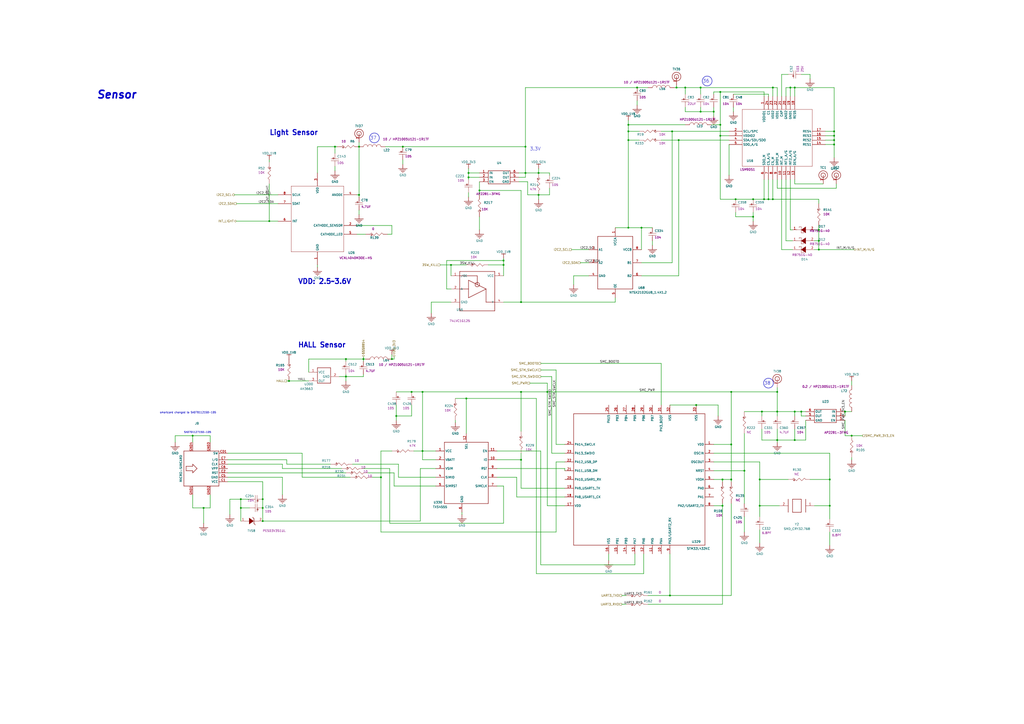
<source format=kicad_sch>
(kicad_sch (version 20231120) (generator "eeschema") (generator_version "8.0")
  (paper "A2")
  (title_block (title "Librem 5 Mainboard") (date "2024-03-21") (rev "v1.0.6") (company "Purism SPC") (comment 1 "GNU GPLv3+") (comment 2 "Copyright"))
  (junction (at 458.47 50.8))
  (junction (at 494.03 252.73))
  (junction (at 406.4 64.77))
  (junction (at 270.51 231.14))
  (junction (at 445.77 115.57))
  (junction (at 397.51 50.8))
  (junction (at 194.31 85.09))
  (junction (at 139.7 294.64))
  (junction (at 111.76 252.73))
  (junction (at 419.1 278.13))
  (junction (at 312.42 113.03))
  (junction (at 481.33 293.37))
  (junction (at 364.49 132.08))
  (junction (at 436.88 125.73))
  (junction (at 417.83 78.74))
  (junction (at 152.4 302.26))
  (junction (at 461.01 238.76))
  (junction (at 388.62 345.44))
  (junction (at 474.98 133.35))
  (junction (at 441.96 238.76))
  (junction (at 483.87 76.2))
  (junction (at 440.69 278.13))
  (junction (at 364.49 81.28))
  (junction (at 245.11 261.62))
  (junction (at 208.28 85.09))
  (junction (at 483.87 83.82))
  (junction (at 403.86 234.95))
  (junction (at 436.88 115.57))
  (junction (at 233.68 85.09))
  (junction (at 245.11 227.33))
  (junction (at 389.89 76.2))
  (junction (at 200.66 218.44))
  (junction (at 431.8 273.05))
  (junction (at 364.49 76.2))
  (junction (at 156.21 128.27))
  (junction (at 461.01 50.8))
  (junction (at 392.43 50.8))
  (junction (at 426.72 115.57))
  (junction (at 302.26 227.33))
  (junction (at 406.4 50.8))
  (junction (at 167.64 220.98))
  (junction (at 220.98 276.86))
  (junction (at 312.42 100.33))
  (junction (at 417.83 72.39))
  (junction (at 450.85 255.27))
  (junction (at 139.7 289.56))
  (junction (at 292.1 153.67))
  (junction (at 414.02 64.77))
  (junction (at 208.28 113.03))
  (junction (at 450.85 238.76))
  (junction (at 261.62 153.67))
  (junction (at 483.87 78.74))
  (junction (at 424.18 257.81))
  (junction (at 304.8 100.33))
  (junction (at 461.01 255.27))
  (junction (at 152.4 294.64))
  (junction (at 424.18 227.33))
  (junction (at 227.33 208.28))
  (junction (at 474.98 144.78))
  (junction (at 424.18 278.13))
  (junction (at 483.87 81.28))
  (junction (at 448.31 50.8))
  (junction (at 200.66 208.28))
  (junction (at 419.1 293.37))
  (junction (at 229.87 241.3))
  (junction (at 210.82 208.28))
  (junction (at 443.23 115.57))
  (junction (at 393.7 81.28))
  (junction (at 464.82 238.76))
  (junction (at 304.8 85.09))
  (junction (at 417.83 53.34))
  (junction (at 440.69 293.37))
  (junction (at 292.1 151.13))
  (junction (at 271.78 100.33))
  (junction (at 364.49 72.39))
  (junction (at 490.22 238.76))
  (junction (at 238.76 227.33))
  (junction (at 302.26 175.26))
  (junction (at 481.33 278.13))
  (junction (at 118.11 294.64))
  (junction (at 448.31 115.57))
  (junction (at 302.26 266.7))
  (junction (at 372.11 132.08))
  (junction (at 317.5 227.33))
  (junction (at 271.78 102.87))
  (junction (at 474.98 139.7))
  (junction (at 450.85 227.33))
  (junction (at 152.4 289.56))
  (junction (at 369.57 50.8))
  (junction (at 278.13 110.49))
  (wire (pts (xy 208.28 82.55) (xy 208.28 85.09)) (stroke (width 0.254)))
  (wire (pts (xy 383.54 234.95) (xy 383.54 210.82)) (stroke (width 0.254)))
  (wire (pts (xy 363.22 345.44) (xy 360.68 345.44)) (stroke (width 0.254)))
  (wire (pts (xy 494.03 220.98) (xy 494.03 223.52)) (stroke (width 0.254)))
  (wire (pts (xy 163.83 269.24) (xy 163.83 271.78)) (stroke (width 0.254)))
  (wire (pts (xy 156.21 128.27) (xy 161.29 128.27)) (stroke (width 0.254)))
  (wire (pts (xy 317.5 222.25) (xy 307.34 222.25)) (stroke (width 0.254)))
  (wire (pts (xy 271.78 100.33) (xy 271.78 102.87)) (stroke (width 0.254)))
  (wire (pts (xy 233.68 85.09) (xy 304.8 85.09)) (stroke (width 0.254)))
  (wire (pts (xy 461.01 104.14) (xy 461.01 106.68)) (stroke (width 0.254)))
  (wire (pts (xy 238.76 241.3) (xy 238.76 234.95)) (stroke (width 0.254)))
  (wire (pts (xy 111.76 287.02) (xy 111.76 294.64)) (stroke (width 0.254)))
  (wire (pts (xy 481.33 308.61) (xy 481.33 316.23)) (stroke (width 0.254)))
  (wire (pts (xy 472.44 144.78) (xy 474.98 144.78)) (stroke (width 0.254)))
  (wire (pts (xy 483.87 76.2) (xy 483.87 78.74)) (stroke (width 0.254)))
  (wire (pts (xy 200.66 209.55) (xy 200.66 208.28)) (stroke (width 0.254)))
  (wire (pts (xy 453.39 104.14) (xy 453.39 144.78)) (stroke (width 0.254)))
  (wire (pts (xy 306.07 105.41) (xy 306.07 113.03)) (stroke (width 0.254)))
  (wire (pts (xy 264.16 243.84) (xy 264.16 245.11)) (stroke (width 0.254)))
  (wire (pts (xy 440.69 278.13) (xy 440.69 267.97)) (stroke (width 0.254)))
  (wire (pts (xy 356.87 172.72) (xy 356.87 175.26)) (stroke (width 0.254)))
  (wire (pts (xy 383.54 210.82) (xy 313.69 210.82)) (stroke (width 0.254)))
  (wire (pts (xy 311.15 231.14) (xy 311.15 332.74)) (stroke (width 0.254)))
  (wire (pts (xy 228.6 281.94) (xy 252.73 281.94)) (stroke (width 0.254)))
  (wire (pts (xy 175.26 262.89) (xy 132.08 262.89)) (stroke (width 0.254)))
  (wire (pts (xy 278.13 113.03) (xy 278.13 110.49)) (stroke (width 0.254)))
  (wire (pts (xy 283.21 153.67) (xy 292.1 153.67)) (stroke (width 0.254)))
  (wire (pts (xy 250.19 175.26) (xy 250.19 181.61)) (stroke (width 0.254)))
  (wire (pts (xy 424.18 278.13) (xy 419.1 278.13)) (stroke (width 0.254)))
  (wire (pts (xy 229.87 241.3) (xy 238.76 241.3)) (stroke (width 0.254)))
  (wire (pts (xy 478.79 81.28) (xy 483.87 81.28)) (stroke (width 0.254)))
  (wire (pts (xy 318.77 100.33) (xy 312.42 100.33)) (stroke (width 0.254)))
  (wire (pts (xy 302.26 262.89) (xy 302.26 266.7)) (stroke (width 0.254)))
  (wire (pts (xy 419.1 279.4) (xy 419.1 278.13)) (stroke (width 0.254)))
  (wire (pts (xy 288.29 271.78) (xy 327.66 271.78)) (stroke (width 0.254)))
  (wire (pts (xy 472.44 133.35) (xy 474.98 133.35)) (stroke (width 0.254)))
  (wire (pts (xy 245.11 266.7) (xy 245.11 261.62)) (stroke (width 0.254)))
  (wire (pts (xy 369.57 58.42) (xy 369.57 60.96)) (stroke (width 0.254)))
  (wire (pts (xy 417.83 115.57) (xy 426.72 115.57)) (stroke (width 0.254)))
  (wire (pts (xy 210.82 209.55) (xy 210.82 208.28)) (stroke (width 0.254)))
  (wire (pts (xy 372.11 144.78) (xy 372.11 132.08)) (stroke (width 0.254)))
  (wire (pts (xy 270.51 153.67) (xy 261.62 153.67)) (stroke (width 0.254)))
  (wire (pts (xy 419.1 350.52) (xy 375.92 350.52)) (stroke (width 0.254)))
  (wire (pts (xy 229.87 241.3) (xy 229.87 243.84)) (stroke (width 0.254)))
  (wire (pts (xy 300.99 105.41) (xy 306.07 105.41)) (stroke (width 0.254)))
  (wire (pts (xy 414.02 64.77) (xy 406.4 64.77)) (stroke (width 0.254)))
  (wire (pts (xy 288.29 281.94) (xy 292.1 281.94)) (stroke (width 0.254)))
  (wire (pts (xy 220.98 276.86) (xy 215.9 276.86)) (stroke (width 0.254)))
  (wire (pts (xy 278.13 110.49) (xy 278.13 105.41)) (stroke (width 0.254)))
  (wire (pts (xy 455.93 104.14) (xy 455.93 139.7)) (stroke (width 0.254)))
  (wire (pts (xy 448.31 50.8) (xy 406.4 50.8)) (stroke (width 0.254)))
  (wire (pts (xy 406.4 62.23) (xy 406.4 64.77)) (stroke (width 0.254)))
  (wire (pts (xy 389.89 152.4) (xy 389.89 76.2)) (stroke (width 0.254)))
  (wire (pts (xy 341.63 144.78) (xy 331.47 144.78)) (stroke (width 0.254)))
  (wire (pts (xy 426.72 125.73) (xy 436.88 125.73)) (stroke (width 0.254)))
  (wire (pts (xy 417.83 72.39) (xy 412.75 72.39)) (stroke (width 0.254)))
  (wire (pts (xy 461.01 50.8) (xy 483.87 50.8)) (stroke (width 0.254)))
  (wire (pts (xy 383.54 76.2) (xy 389.89 76.2)) (stroke (width 0.254)))
  (wire (pts (xy 288.29 261.62) (xy 313.69 261.62)) (stroke (width 0.254)))
  (wire (pts (xy 363.22 350.52) (xy 360.68 350.52)) (stroke (width 0.254)))
  (wire (pts (xy 472.44 293.37) (xy 481.33 293.37)) (stroke (width 0.254)))
  (wire (pts (xy 261.62 167.64) (xy 259.08 167.64)) (stroke (width 0.254)))
  (wire (pts (xy 313.69 327.66) (xy 368.3 327.66)) (stroke (width 0.254)))
  (wire (pts (xy 419.1 278.13) (xy 414.02 278.13)) (stroke (width 0.254)))
  (wire (pts (xy 459.74 133.35) (xy 458.47 133.35)) (stroke (width 0.254)))
  (wire (pts (xy 203.2 276.86) (xy 175.26 276.86)) (stroke (width 0.254)))
  (wire (pts (xy 327.66 293.37) (xy 317.5 293.37)) (stroke (width 0.254)))
  (wire (pts (xy 389.89 76.2) (xy 422.91 76.2)) (stroke (width 0.254)))
  (wire (pts (xy 469.9 278.13) (xy 481.33 278.13)) (stroke (width 0.254)))
  (wire (pts (xy 252.73 261.62) (xy 245.11 261.62)) (stroke (width 0.254)))
  (wire (pts (xy 156.21 93.98) (xy 156.21 92.71)) (stroke (width 0.254)))
  (wire (pts (xy 228.6 207.01) (xy 228.6 208.28)) (stroke (width 0.254)))
  (wire (pts (xy 424.18 292.1) (xy 424.18 345.44)) (stroke (width 0.254)))
  (wire (pts (xy 453.39 55.88) (xy 453.39 43.18)) (stroke (width 0.254)))
  (wire (pts (xy 441.96 238.76) (xy 450.85 238.76)) (stroke (width 0.254)))
  (wire (pts (xy 299.72 288.29) (xy 327.66 288.29)) (stroke (width 0.254)))
  (wire (pts (xy 467.36 238.76) (xy 464.82 238.76)) (stroke (width 0.254)))
  (wire (pts (xy 440.69 307.34) (xy 440.69 314.96)) (stroke (width 0.254)))
  (wire (pts (xy 481.33 262.89) (xy 414.02 262.89)) (stroke (width 0.254)))
  (wire (pts (xy 455.93 55.88) (xy 455.93 50.8)) (stroke (width 0.254)))
  (wire (pts (xy 318.77 101.6) (xy 318.77 100.33)) (stroke (width 0.254)))
  (wire (pts (xy 494.03 265.43) (xy 494.03 266.7)) (stroke (width 0.254)))
  (wire (pts (xy 424.18 345.44) (xy 388.62 345.44)) (stroke (width 0.254)))
  (wire (pts (xy 152.4 289.56) (xy 152.4 294.64)) (stroke (width 0.254)))
  (wire (pts (xy 200.66 208.28) (xy 179.07 208.28)) (stroke (width 0.254)))
  (wire (pts (xy 424.18 227.33) (xy 450.85 227.33)) (stroke (width 0.254)))
  (wire (pts (xy 226.06 271.78) (xy 210.82 271.78)) (stroke (width 0.254)))
  (wire (pts (xy 200.66 218.44) (xy 200.66 220.98)) (stroke (width 0.254)))
  (wire (pts (xy 312.42 113.03) (xy 312.42 115.57)) (stroke (width 0.254)))
  (wire (pts (xy 278.13 110.49) (xy 302.26 110.49)) (stroke (width 0.254)))
  (wire (pts (xy 464.82 43.18) (xy 469.9 43.18)) (stroke (width 0.254)))
  (wire (pts (xy 111.76 252.73) (xy 101.6 252.73)) (stroke (width 0.254)))
  (wire (pts (xy 144.78 289.56) (xy 139.7 289.56)) (stroke (width 0.254)))
  (wire (pts (xy 373.38 332.74) (xy 373.38 321.31)) (stroke (width 0.254)))
  (wire (pts (xy 231.14 276.86) (xy 252.73 276.86)) (stroke (width 0.254)))
  (wire (pts (xy 370.84 76.2) (xy 364.49 76.2)) (stroke (width 0.254)))
  (wire (pts (xy 455.93 50.8) (xy 458.47 50.8)) (stroke (width 0.254)))
  (wire (pts (xy 440.69 278.13) (xy 457.2 278.13)) (stroke (width 0.254)))
  (wire (pts (xy 231.14 269.24) (xy 231.14 276.86)) (stroke (width 0.254)))
  (wire (pts (xy 483.87 83.82) (xy 483.87 91.44)) (stroke (width 0.254)))
  (wire (pts (xy 179.07 208.28) (xy 179.07 215.9)) (stroke (width 0.254)))
  (wire (pts (xy 292.1 303.53) (xy 226.06 303.53)) (stroke (width 0.254)))
  (wire (pts (xy 111.76 252.73) (xy 111.76 256.54)) (stroke (width 0.254)))
  (wire (pts (xy 414.02 54.61) (xy 414.02 53.34)) (stroke (width 0.254)))
  (wire (pts (xy 332.74 160.02) (xy 332.74 165.1)) (stroke (width 0.254)))
  (wire (pts (xy 467.36 255.27) (xy 461.01 255.27)) (stroke (width 0.254)))
  (wire (pts (xy 184.15 153.67) (xy 184.15 154.94)) (stroke (width 0.254)))
  (wire (pts (xy 311.15 332.74) (xy 373.38 332.74)) (stroke (width 0.254)))
  (wire (pts (xy 453.39 144.78) (xy 459.74 144.78)) (stroke (width 0.254)))
  (wire (pts (xy 302.26 110.49) (xy 302.26 175.26)) (stroke (width 0.254)))
  (wire (pts (xy 264.16 231.14) (xy 270.51 231.14)) (stroke (width 0.254)))
  (wire (pts (xy 194.31 85.09) (xy 194.31 88.9)) (stroke (width 0.254)))
  (wire (pts (xy 318.77 113.03) (xy 318.77 109.22)) (stroke (width 0.254)))
  (wire (pts (xy 313.69 261.62) (xy 313.69 327.66)) (stroke (width 0.254)))
  (wire (pts (xy 441.96 255.27) (xy 450.85 255.27)) (stroke (width 0.254)))
  (wire (pts (xy 152.4 302.26) (xy 243.84 302.26)) (stroke (width 0.254)))
  (wire (pts (xy 322.58 308.61) (xy 322.58 267.97)) (stroke (width 0.254)))
  (wire (pts (xy 175.26 276.86) (xy 175.26 262.89)) (stroke (width 0.254)))
  (wire (pts (xy 302.26 250.19) (xy 302.26 227.33)) (stroke (width 0.254)))
  (wire (pts (xy 132.08 279.4) (xy 152.4 279.4)) (stroke (width 0.254)))
  (wire (pts (xy 270.51 231.14) (xy 270.51 251.46)) (stroke (width 0.254)))
  (wire (pts (xy 388.62 321.31) (xy 388.62 345.44)) (stroke (width 0.254)))
  (wire (pts (xy 271.78 97.79) (xy 271.78 100.33)) (stroke (width 0.254)))
  (wire (pts (xy 317.5 227.33) (xy 317.5 222.25)) (stroke (width 0.254)))
  (wire (pts (xy 228.6 208.28) (xy 227.33 208.28)) (stroke (width 0.254)))
  (wire (pts (xy 220.98 276.86) (xy 220.98 261.62)) (stroke (width 0.254)))
  (wire (pts (xy 436.88 125.73) (xy 436.88 128.27)) (stroke (width 0.254)))
  (wire (pts (xy 461.01 248.92) (xy 461.01 255.27)) (stroke (width 0.254)))
  (wire (pts (xy 458.47 50.8) (xy 461.01 50.8)) (stroke (width 0.254)))
  (wire (pts (xy 240.03 261.62) (xy 245.11 261.62)) (stroke (width 0.254)))
  (wire (pts (xy 397.51 72.39) (xy 364.49 72.39)) (stroke (width 0.254)))
  (wire (pts (xy 448.31 55.88) (xy 448.31 50.8)) (stroke (width 0.254)))
  (wire (pts (xy 461.01 106.68) (xy 477.52 106.68)) (stroke (width 0.254)))
  (wire (pts (xy 450.85 227.33) (xy 450.85 238.76)) (stroke (width 0.254)))
  (wire (pts (xy 302.26 283.21) (xy 302.26 266.7)) (stroke (width 0.254)))
  (wire (pts (xy 208.28 121.92) (xy 208.28 124.46)) (stroke (width 0.254)))
  (wire (pts (xy 474.98 133.35) (xy 474.98 139.7)) (stroke (width 0.254)))
  (wire (pts (xy 327.66 262.89) (xy 320.04 262.89)) (stroke (width 0.254)))
  (wire (pts (xy 133.35 289.56) (xy 133.35 298.45)) (stroke (width 0.254)))
  (wire (pts (xy 397.51 64.77) (xy 406.4 64.77)) (stroke (width 0.254)))
  (wire (pts (xy 299.72 276.86) (xy 299.72 288.29)) (stroke (width 0.254)))
  (wire (pts (xy 403.86 234.95) (xy 416.56 234.95)) (stroke (width 0.254)))
  (wire (pts (xy 422.91 83.82) (xy 422.91 101.6)) (stroke (width 0.254)))
  (wire (pts (xy 426.72 123.19) (xy 426.72 125.73)) (stroke (width 0.254)))
  (wire (pts (xy 194.31 85.09) (xy 184.15 85.09)) (stroke (width 0.254)))
  (wire (pts (xy 132.08 266.7) (xy 166.37 266.7)) (stroke (width 0.254)))
  (wire (pts (xy 118.11 294.64) (xy 118.11 303.53)) (stroke (width 0.254)))
  (wire (pts (xy 292.1 160.02) (xy 292.1 153.67)) (stroke (width 0.254)))
  (wire (pts (xy 194.31 99.06) (xy 194.31 96.52)) (stroke (width 0.254)))
  (wire (pts (xy 228.6 274.32) (xy 228.6 281.94)) (stroke (width 0.254)))
  (wire (pts (xy 212.09 135.89) (xy 207.01 135.89)) (stroke (width 0.254)))
  (wire (pts (xy 419.1 293.37) (xy 419.1 350.52)) (stroke (width 0.254)))
  (wire (pts (xy 261.62 153.67) (xy 255.27 153.67)) (stroke (width 0.254)))
  (wire (pts (xy 259.08 167.64) (xy 259.08 151.13)) (stroke (width 0.254)))
  (wire (pts (xy 443.23 53.34) (xy 417.83 53.34)) (stroke (width 0.254)))
  (wire (pts (xy 320.04 262.89) (xy 320.04 218.44)) (stroke (width 0.254)))
  (wire (pts (xy 356.87 175.26) (xy 302.26 175.26)) (stroke (width 0.254)))
  (wire (pts (xy 383.54 81.28) (xy 393.7 81.28)) (stroke (width 0.254)))
  (wire (pts (xy 208.28 113.03) (xy 208.28 85.09)) (stroke (width 0.254)))
  (wire (pts (xy 369.57 50.8) (xy 375.92 50.8)) (stroke (width 0.254)))
  (wire (pts (xy 393.7 81.28) (xy 422.91 81.28)) (stroke (width 0.254)))
  (wire (pts (xy 478.79 76.2) (xy 483.87 76.2)) (stroke (width 0.254)))
  (wire (pts (xy 450.85 255.27) (xy 450.85 248.92)) (stroke (width 0.254)))
  (wire (pts (xy 424.18 279.4) (xy 424.18 278.13)) (stroke (width 0.254)))
  (wire (pts (xy 220.98 261.62) (xy 227.33 261.62)) (stroke (width 0.254)))
  (wire (pts (xy 327.66 271.78) (xy 327.66 273.05)) (stroke (width 0.254)))
  (wire (pts (xy 372.11 160.02) (xy 393.7 160.02)) (stroke (width 0.254)))
  (wire (pts (xy 431.8 273.05) (xy 431.8 251.46)) (stroke (width 0.254)))
  (wire (pts (xy 364.49 132.08) (xy 364.49 81.28)) (stroke (width 0.254)))
  (wire (pts (xy 391.16 50.8) (xy 392.43 50.8)) (stroke (width 0.254)))
  (wire (pts (xy 397.51 50.8) (xy 406.4 50.8)) (stroke (width 0.254)))
  (wire (pts (xy 490.22 241.3) (xy 490.22 238.76)) (stroke (width 0.254)))
  (wire (pts (xy 302.26 266.7) (xy 288.29 266.7)) (stroke (width 0.254)))
  (wire (pts (xy 392.43 49.53) (xy 392.43 50.8)) (stroke (width 0.254)))
  (wire (pts (xy 208.28 114.3) (xy 208.28 113.03)) (stroke (width 0.254)))
  (wire (pts (xy 207.01 130.81) (xy 227.33 130.81)) (stroke (width 0.254)))
  (wire (pts (xy 453.39 43.18) (xy 457.2 43.18)) (stroke (width 0.254)))
  (wire (pts (xy 450.85 109.22) (xy 485.14 109.22)) (stroke (width 0.254)))
  (wire (pts (xy 388.62 234.95) (xy 403.86 234.95)) (stroke (width 0.254)))
  (wire (pts (xy 184.15 85.09) (xy 184.15 100.33)) (stroke (width 0.254)))
  (wire (pts (xy 414.02 273.05) (xy 431.8 273.05)) (stroke (width 0.254)))
  (wire (pts (xy 445.77 115.57) (xy 448.31 115.57)) (stroke (width 0.254)))
  (wire (pts (xy 212.09 208.28) (xy 210.82 208.28)) (stroke (width 0.254)))
  (wire (pts (xy 370.84 81.28) (xy 364.49 81.28)) (stroke (width 0.254)))
  (wire (pts (xy 288.29 276.86) (xy 299.72 276.86)) (stroke (width 0.254)))
  (wire (pts (xy 436.88 125.73) (xy 436.88 123.19)) (stroke (width 0.254)))
  (wire (pts (xy 304.8 85.09) (xy 304.8 100.33)) (stroke (width 0.254)))
  (wire (pts (xy 204.47 269.24) (xy 231.14 269.24)) (stroke (width 0.254)))
  (wire (pts (xy 227.33 135.89) (xy 224.79 135.89)) (stroke (width 0.254)))
  (wire (pts (xy 419.1 292.1) (xy 419.1 293.37)) (stroke (width 0.254)))
  (wire (pts (xy 443.23 115.57) (xy 445.77 115.57)) (stroke (width 0.254)))
  (wire (pts (xy 443.23 104.14) (xy 443.23 115.57)) (stroke (width 0.254)))
  (wire (pts (xy 243.84 271.78) (xy 252.73 271.78)) (stroke (width 0.254)))
  (wire (pts (xy 220.98 308.61) (xy 322.58 308.61)) (stroke (width 0.254)))
  (wire (pts (xy 464.82 238.76) (xy 461.01 238.76)) (stroke (width 0.254)))
  (wire (pts (xy 304.8 50.8) (xy 369.57 50.8)) (stroke (width 0.254)))
  (wire (pts (xy 166.37 269.24) (xy 191.77 269.24)) (stroke (width 0.254)))
  (wire (pts (xy 341.63 152.4) (xy 336.55 152.4)) (stroke (width 0.254)))
  (wire (pts (xy 259.08 151.13) (xy 292.1 151.13)) (stroke (width 0.254)))
  (wire (pts (xy 441.96 241.3) (xy 441.96 238.76)) (stroke (width 0.254)))
  (wire (pts (xy 414.02 64.77) (xy 414.02 67.31)) (stroke (width 0.254)))
  (wire (pts (xy 118.11 294.64) (xy 121.92 294.64)) (stroke (width 0.254)))
  (wire (pts (xy 450.85 224.79) (xy 450.85 227.33)) (stroke (width 0.254)))
  (wire (pts (xy 417.83 78.74) (xy 417.83 115.57)) (stroke (width 0.254)))
  (wire (pts (xy 163.83 271.78) (xy 198.12 271.78)) (stroke (width 0.254)))
  (wire (pts (xy 483.87 50.8) (xy 483.87 76.2)) (stroke (width 0.254)))
  (wire (pts (xy 267.97 297.18) (xy 267.97 298.45)) (stroke (width 0.254)))
  (wire (pts (xy 469.9 43.18) (xy 469.9 45.72)) (stroke (width 0.254)))
  (wire (pts (xy 271.78 102.87) (xy 271.78 104.14)) (stroke (width 0.254)))
  (wire (pts (xy 302.26 175.26) (xy 292.1 175.26)) (stroke (width 0.254)))
  (wire (pts (xy 152.4 279.4) (xy 152.4 289.56)) (stroke (width 0.254)))
  (wire (pts (xy 483.87 78.74) (xy 483.87 81.28)) (stroke (width 0.254)))
  (wire (pts (xy 229.87 234.95) (xy 229.87 241.3)) (stroke (width 0.254)))
  (wire (pts (xy 450.85 255.27) (xy 450.85 256.54)) (stroke (width 0.254)))
  (wire (pts (xy 474.98 130.81) (xy 474.98 133.35)) (stroke (width 0.254)))
  (wire (pts (xy 450.85 238.76) (xy 461.01 238.76)) (stroke (width 0.254)))
  (wire (pts (xy 317.5 293.37) (xy 317.5 227.33)) (stroke (width 0.254)))
  (wire (pts (xy 300.99 100.33) (xy 304.8 100.33)) (stroke (width 0.254)))
  (wire (pts (xy 414.02 62.23) (xy 414.02 64.77)) (stroke (width 0.254)))
  (wire (pts (xy 474.98 144.78) (xy 495.3 144.78)) (stroke (width 0.254)))
  (wire (pts (xy 135.89 113.03) (xy 161.29 113.03)) (stroke (width 0.254)))
  (wire (pts (xy 245.11 227.33) (xy 302.26 227.33)) (stroke (width 0.254)))
  (wire (pts (xy 500.38 252.73) (xy 494.03 252.73)) (stroke (width 0.254)))
  (wire (pts (xy 474.98 139.7) (xy 474.98 144.78)) (stroke (width 0.254)))
  (wire (pts (xy 416.56 234.95) (xy 416.56 241.3)) (stroke (width 0.254)))
  (wire (pts (xy 132.08 274.32) (xy 200.66 274.32)) (stroke (width 0.254)))
  (wire (pts (xy 440.69 267.97) (xy 414.02 267.97)) (stroke (width 0.254)))
  (wire (pts (xy 461.01 255.27) (xy 450.85 255.27)) (stroke (width 0.254)))
  (wire (pts (xy 353.06 321.31) (xy 353.06 325.12)) (stroke (width 0.254)))
  (wire (pts (xy 223.52 85.09) (xy 233.68 85.09)) (stroke (width 0.254)))
  (wire (pts (xy 292.1 281.94) (xy 292.1 303.53)) (stroke (width 0.254)))
  (wire (pts (xy 378.46 139.7) (xy 378.46 142.24)) (stroke (width 0.254)))
  (wire (pts (xy 445.77 104.14) (xy 445.77 115.57)) (stroke (width 0.254)))
  (wire (pts (xy 481.33 293.37) (xy 481.33 278.13)) (stroke (width 0.254)))
  (wire (pts (xy 137.16 128.27) (xy 156.21 128.27)) (stroke (width 0.254)))
  (wire (pts (xy 424.18 257.81) (xy 424.18 227.33)) (stroke (width 0.254)))
  (wire (pts (xy 425.45 62.23) (xy 425.45 64.77)) (stroke (width 0.254)))
  (wire (pts (xy 425.45 54.61) (xy 445.77 54.61)) (stroke (width 0.254)))
  (wire (pts (xy 278.13 100.33) (xy 271.78 100.33)) (stroke (width 0.254)))
  (wire (pts (xy 364.49 81.28) (xy 364.49 76.2)) (stroke (width 0.254)))
  (wire (pts (xy 304.8 100.33) (xy 312.42 100.33)) (stroke (width 0.254)))
  (wire (pts (xy 474.98 115.57) (xy 474.98 118.11)) (stroke (width 0.254)))
  (wire (pts (xy 464.82 241.3) (xy 464.82 238.76)) (stroke (width 0.254)))
  (wire (pts (xy 431.8 238.76) (xy 441.96 238.76)) (stroke (width 0.254)))
  (wire (pts (xy 322.58 214.63) (xy 313.69 214.63)) (stroke (width 0.254)))
  (wire (pts (xy 455.93 139.7) (xy 459.74 139.7)) (stroke (width 0.254)))
  (wire (pts (xy 163.83 276.86) (xy 163.83 287.02)) (stroke (width 0.254)))
  (wire (pts (xy 302.26 227.33) (xy 317.5 227.33)) (stroke (width 0.254)))
  (wire (pts (xy 304.8 85.09) (xy 304.8 50.8)) (stroke (width 0.254)))
  (wire (pts (xy 306.07 113.03) (xy 312.42 113.03)) (stroke (width 0.254)))
  (wire (pts (xy 137.16 118.11) (xy 161.29 118.11)) (stroke (width 0.254)))
  (wire (pts (xy 397.51 62.23) (xy 397.51 64.77)) (stroke (width 0.254)))
  (wire (pts (xy 388.62 345.44) (xy 375.92 345.44)) (stroke (width 0.254)))
  (wire (pts (xy 261.62 153.67) (xy 261.62 160.02)) (stroke (width 0.254)))
  (wire (pts (xy 372.11 152.4) (xy 389.89 152.4)) (stroke (width 0.254)))
  (wire (pts (xy 210.82 207.01) (xy 210.82 208.28)) (stroke (width 0.254)))
  (wire (pts (xy 245.11 261.62) (xy 245.11 227.33)) (stroke (width 0.254)))
  (wire (pts (xy 490.22 243.84) (xy 490.22 252.73)) (stroke (width 0.254)))
  (wire (pts (xy 372.11 132.08) (xy 364.49 132.08)) (stroke (width 0.254)))
  (wire (pts (xy 132.08 269.24) (xy 163.83 269.24)) (stroke (width 0.254)))
  (wire (pts (xy 481.33 278.13) (xy 481.33 262.89)) (stroke (width 0.254)))
  (wire (pts (xy 261.62 175.26) (xy 250.19 175.26)) (stroke (width 0.254)))
  (wire (pts (xy 452.12 293.37) (xy 440.69 293.37)) (stroke (width 0.254)))
  (wire (pts (xy 292.1 153.67) (xy 292.1 151.13)) (stroke (width 0.254)))
  (wire (pts (xy 378.46 132.08) (xy 372.11 132.08)) (stroke (width 0.254)))
  (wire (pts (xy 121.92 252.73) (xy 111.76 252.73)) (stroke (width 0.254)))
  (wire (pts (xy 368.3 327.66) (xy 368.3 321.31)) (stroke (width 0.254)))
  (wire (pts (xy 207.01 113.03) (xy 208.28 113.03)) (stroke (width 0.254)))
  (wire (pts (xy 327.66 283.21) (xy 302.26 283.21)) (stroke (width 0.254)))
  (wire (pts (xy 227.33 208.28) (xy 227.33 205.74)) (stroke (width 0.254)))
  (wire (pts (xy 443.23 55.88) (xy 443.23 53.34)) (stroke (width 0.254)))
  (wire (pts (xy 200.66 208.28) (xy 210.82 208.28)) (stroke (width 0.254)))
  (wire (pts (xy 393.7 160.02) (xy 393.7 81.28)) (stroke (width 0.254)))
  (wire (pts (xy 426.72 115.57) (xy 436.88 115.57)) (stroke (width 0.254)))
  (wire (pts (xy 179.07 220.98) (xy 167.64 220.98)) (stroke (width 0.254)))
  (wire (pts (xy 139.7 294.64) (xy 139.7 302.26)) (stroke (width 0.254)))
  (wire (pts (xy 195.58 85.09) (xy 194.31 85.09)) (stroke (width 0.254)))
  (wire (pts (xy 481.33 293.37) (xy 481.33 300.99)) (stroke (width 0.254)))
  (wire (pts (xy 431.8 273.05) (xy 431.8 292.1)) (stroke (width 0.254)))
  (wire (pts (xy 431.8 299.72) (xy 431.8 308.61)) (stroke (width 0.254)))
  (wire (pts (xy 200.66 218.44) (xy 200.66 217.17)) (stroke (width 0.254)))
  (wire (pts (xy 166.37 266.7) (xy 166.37 269.24)) (stroke (width 0.254)))
  (wire (pts (xy 213.36 274.32) (xy 228.6 274.32)) (stroke (width 0.254)))
  (wire (pts (xy 243.84 302.26) (xy 243.84 271.78)) (stroke (width 0.254)))
  (wire (pts (xy 414.02 293.37) (xy 419.1 293.37)) (stroke (width 0.254)))
  (wire (pts (xy 448.31 115.57) (xy 474.98 115.57)) (stroke (width 0.254)))
  (wire (pts (xy 252.73 266.7) (xy 245.11 266.7)) (stroke (width 0.254)))
  (wire (pts (xy 450.85 104.14) (xy 450.85 109.22)) (stroke (width 0.254)))
  (wire (pts (xy 152.4 294.64) (xy 152.4 302.26)) (stroke (width 0.254)))
  (wire (pts (xy 322.58 257.81) (xy 322.58 214.63)) (stroke (width 0.254)))
  (wire (pts (xy 270.51 231.14) (xy 311.15 231.14)) (stroke (width 0.254)))
  (wire (pts (xy 417.83 53.34) (xy 417.83 72.39)) (stroke (width 0.254)))
  (wire (pts (xy 317.5 227.33) (xy 424.18 227.33)) (stroke (width 0.254)))
  (wire (pts (xy 436.88 115.57) (xy 443.23 115.57)) (stroke (width 0.254)))
  (wire (pts (xy 478.79 83.82) (xy 483.87 83.82)) (stroke (width 0.254)))
  (wire (pts (xy 144.78 294.64) (xy 139.7 294.64)) (stroke (width 0.254)))
  (wire (pts (xy 450.85 50.8) (xy 450.85 55.88)) (stroke (width 0.254)))
  (wire (pts (xy 424.18 257.81) (xy 424.18 278.13)) (stroke (width 0.254)))
  (wire (pts (xy 467.36 241.3) (xy 464.82 241.3)) (stroke (width 0.254)))
  (wire (pts (xy 227.33 130.81) (xy 227.33 135.89)) (stroke (width 0.254)))
  (wire (pts (xy 278.13 102.87) (xy 271.78 102.87)) (stroke (width 0.254)))
  (wire (pts (xy 139.7 289.56) (xy 133.35 289.56)) (stroke (width 0.254)))
  (wire (pts (xy 417.83 72.39) (xy 417.83 78.74)) (stroke (width 0.254)))
  (wire (pts (xy 472.44 139.7) (xy 474.98 139.7)) (stroke (width 0.254)))
  (wire (pts (xy 304.8 102.87) (xy 304.8 100.33)) (stroke (width 0.254)))
  (wire (pts (xy 450.85 238.76) (xy 450.85 241.3)) (stroke (width 0.254)))
  (wire (pts (xy 364.49 72.39) (xy 364.49 69.85)) (stroke (width 0.254)))
  (wire (pts (xy 220.98 276.86) (xy 220.98 308.61)) (stroke (width 0.254)))
  (wire (pts (xy 226.06 303.53) (xy 226.06 271.78)) (stroke (width 0.254)))
  (wire (pts (xy 406.4 54.61) (xy 406.4 50.8)) (stroke (width 0.254)))
  (wire (pts (xy 210.82 218.44) (xy 200.66 218.44)) (stroke (width 0.254)))
  (wire (pts (xy 414.02 53.34) (xy 417.83 53.34)) (stroke (width 0.254)))
  (wire (pts (xy 414.02 257.81) (xy 424.18 257.81)) (stroke (width 0.254)))
  (wire (pts (xy 139.7 294.64) (xy 139.7 289.56)) (stroke (width 0.254)))
  (wire (pts (xy 478.79 78.74) (xy 483.87 78.74)) (stroke (width 0.254)))
  (wire (pts (xy 300.99 102.87) (xy 304.8 102.87)) (stroke (width 0.254)))
  (wire (pts (xy 461.01 55.88) (xy 461.01 50.8)) (stroke (width 0.254)))
  (wire (pts (xy 485.14 109.22) (xy 485.14 106.68)) (stroke (width 0.254)))
  (wire (pts (xy 440.69 293.37) (xy 440.69 299.72)) (stroke (width 0.254)))
  (wire (pts (xy 490.22 238.76) (xy 494.03 238.76)) (stroke (width 0.254)))
  (wire (pts (xy 121.92 294.64) (xy 121.92 287.02)) (stroke (width 0.254)))
  (wire (pts (xy 440.69 278.13) (xy 440.69 293.37)) (stroke (width 0.254)))
  (wire (pts (xy 327.66 257.81) (xy 322.58 257.81)) (stroke (width 0.254)))
  (wire (pts (xy 132.08 276.86) (xy 163.83 276.86)) (stroke (width 0.254)))
  (wire (pts (xy 392.43 50.8) (xy 397.51 50.8)) (stroke (width 0.254)))
  (wire (pts (xy 448.31 50.8) (xy 450.85 50.8)) (stroke (width 0.254)))
  (wire (pts (xy 490.22 252.73) (xy 494.03 252.73)) (stroke (width 0.254)))
  (wire (pts (xy 196.85 218.44) (xy 200.66 218.44)) (stroke (width 0.254)))
  (wire (pts (xy 341.63 160.02) (xy 332.74 160.02)) (stroke (width 0.254)))
  (wire (pts (xy 441.96 248.92) (xy 441.96 255.27)) (stroke (width 0.254)))
  (wire (pts (xy 278.13 125.73) (xy 278.13 133.35)) (stroke (width 0.254)))
  (wire (pts (xy 445.77 54.61) (xy 445.77 55.88)) (stroke (width 0.254)))
  (wire (pts (xy 322.58 267.97) (xy 327.66 267.97)) (stroke (width 0.254)))
  (wire (pts (xy 210.82 217.17) (xy 210.82 218.44)) (stroke (width 0.254)))
  (wire (pts (xy 458.47 55.88) (xy 458.47 50.8)) (stroke (width 0.254)))
  (wire (pts (xy 111.76 294.64) (xy 118.11 294.64)) (stroke (width 0.254)))
  (wire (pts (xy 233.68 92.71) (xy 233.68 95.25)) (stroke (width 0.254)))
  (wire (pts (xy 238.76 227.33) (xy 245.11 227.33)) (stroke (width 0.254)))
  (wire (pts (xy 312.42 100.33) (xy 312.42 97.79)) (stroke (width 0.254)))
  (wire (pts (xy 448.31 104.14) (xy 448.31 115.57)) (stroke (width 0.254)))
  (wire (pts (xy 364.49 76.2) (xy 364.49 72.39)) (stroke (width 0.254)))
  (wire (pts (xy 121.92 256.54) (xy 121.92 252.73)) (stroke (width 0.254)))
  (wire (pts (xy 356.87 132.08) (xy 364.49 132.08)) (stroke (width 0.254)))
  (wire (pts (xy 397.51 54.61) (xy 397.51 50.8)) (stroke (width 0.254)))
  (wire (pts (xy 422.91 78.74) (xy 417.83 78.74)) (stroke (width 0.254)))
  (wire (pts (xy 271.78 114.3) (xy 271.78 111.76)) (stroke (width 0.254)))
  (wire (pts (xy 229.87 227.33) (xy 238.76 227.33)) (stroke (width 0.254)))
  (wire (pts (xy 292.1 151.13) (xy 292.1 149.86)) (stroke (width 0.254)))
  (wire (pts (xy 101.6 252.73) (xy 101.6 256.54)) (stroke (width 0.254)))
  (wire (pts (xy 320.04 218.44) (xy 313.69 218.44)) (stroke (width 0.254)))
  (wire (pts (xy 483.87 81.28) (xy 483.87 83.82)) (stroke (width 0.254)))
  (wire (pts (xy 312.42 113.03) (xy 318.77 113.03)) (stroke (width 0.254)))
  (wire (pts (xy 458.47 133.35) (xy 458.47 104.14)) (stroke (width 0.254)))
  (wire (pts (xy 461.01 238.76) (xy 461.01 241.3)) (stroke (width 0.254)))
  (wire (pts (xy 467.36 243.84) (xy 467.36 255.27)) (stroke (width 0.254)))
  (wire (pts (xy 156.21 106.68) (xy 156.21 128.27)) (stroke (width 0.254)))
  (wire (pts (xy 167.64 220.98) (xy 166.37 220.98)) (stroke (width 0.254)))
  (circle (center 410.21 46.99) (radius 2.845) (stroke (width 0.254)))
  (circle (center 217.17 80.01) (radius 2.845) (stroke (width 0.254)))
  (circle (center 445.77 222.25) (radius 2.845) (stroke (width 0.254)))
  (text "Light Sensor" (at 156.21 78.74 0) (effects (font (size 2.921 2.921) (bold yes)) (justify left bottom)))
  (text "SA0701127150-105" (at 106.68 251.46 0) (effects (font (size 1.016 1.016)) (justify left bottom)))
  (text "37" (at 214.63 81.28 0) (effects (font (size 1.905 1.905)) (justify left bottom)))
  (text "Sensor" (at 55.88 57.658 0) (effects (font (size 4.445 4.445) (bold yes) (italic yes)) (justify left bottom)))
  (text "3.3V" (at 307.34 87.63 0) (effects (font (size 1.905 1.905)) (justify left bottom)))
  (text "HALL Sensor" (at 172.72 201.93 0) (effects (font (size 2.921 2.921) (bold yes)) (justify left bottom)))
  (text "38" (at 443.23 223.52 0) (effects (font (size 1.905 1.905)) (justify left bottom)))
  (text "VDD: 2.5~3.6V" (at 172.72 165.1 0) (effects (font (size 2.921 2.921) (bold yes)) (justify left bottom)))
  (text "smartcard changed to SA070112150-105" (at 92.71 240.03 0) (effects (font (size 1.016 1.016)) (justify left bottom)))
  (text "36" (at 407.67 48.26 0) (effects (font (size 1.905 1.905)) (justify left bottom)))
  (label "SMC_PWR" (at 370.84 227.33 0))
  (label "INT_LIGHT" (at 156.21 116.84 90))
  (label "INT_M/A/G" (at 485.14 144.78 0))
  (label "I2C2_SCL" (at 336.55 144.78 0))
  (label "I2C2_SDA" (at 339.09 152.4 0))
  (label "3SW_KILL" (at 266.7 153.67 0))
  (label "UART3_RXD" (at 361.95 350.52 0))
  (label "I2C2_SCL" (at 148.59 113.03 0))
  (label "SMC_PWR_3V3_EN" (at 490.22 248.92 90))
  (label "HALL" (at 172.72 220.98 0))
  (label "UART3_TXD" (at 361.95 345.44 0))
  (label "I2C2_SDA" (at 149.86 118.11 0))
  (label "SMC_STM_SWCLK" (at 322.58 236.22 90))
  (label "SMC_STM_SWDIO" (at 320.04 241.3 90))
  (label "SMC_BOOT0" (at 347.98 210.82 0))
  (hierarchical_label "I2C2_SDA" (shape passive) (at 137.16 118.11 180))
  (hierarchical_label "VDD_3V3" (shape bidirectional) (at 228.6 207.01 90))
  (hierarchical_label "UART3_RXD" (shape passive) (at 360.68 350.52 180))
  (hierarchical_label "SMC_STM_SWCLK" (shape passive) (at 313.69 214.63 180))
  (hierarchical_label "$$$8854" (shape bidirectional) (at 210.82 207.01 90))
  (hierarchical_label "SMC_STM_SWDIO" (shape passive) (at 313.69 218.44 180))
  (hierarchical_label "INT_M/A/G" (shape bidirectional) (at 495.3 144.78 0))
  (hierarchical_label "I2C2_SDA" (shape passive) (at 336.55 152.4 180))
  (hierarchical_label "INT_LIGHT" (shape bidirectional) (at 137.16 128.27 180))
  (hierarchical_label "I2C2_SCL" (shape passive) (at 331.47 144.78 180))
  (hierarchical_label "SMC_PWR_3V3_EN" (shape passive) (at 500.38 252.73 0))
  (hierarchical_label "I2C2_SCL" (shape output) (at 135.89 113.03 180))
  (hierarchical_label "SMC_PWR" (shape passive) (at 307.34 222.25 180))
  (hierarchical_label "UART3_TXD" (shape passive) (at 360.68 345.44 180))
  (hierarchical_label "3SW_KILL" (shape passive) (at 255.27 153.67 180))
  (hierarchical_label "HALL" (shape passive) (at 166.37 220.98 180))
  (hierarchical_label "SMC_BOOT0" (shape passive) (at 313.69 210.82 180))
  (symbol (lib_id "C-14_SENSOR_SMARTCARD:root_0_C0201") (at 375.92 137.16 0) (unit 1)
    (property "Reference" "C334" (at 379.73 134.62 0) (effects (justify left bottom)))
    (property "Value" "C0201" (effects (hide yes)))
    (property "Footprint" "CAP-0201" (effects (hide yes)))
    (property "VOLTAGE" "6.3V" (effects (hide yes)))
    (property "DESCRIPTION" "CAP CER 0.1uF 6V3 20% X5R 0201" (effects (hide yes)))
    (property "PCB DECAL" "CAP-0201" (effects (hide yes)))
    (property "VALUE" "104" (at 379.73 138.43 0) (effects (justify left bottom)))
    (property "GEOMETRY.HEIGHT" "0.3MM" (effects (hide yes)))
    (property "PCB FOOTPRINT" "201" (effects (hide yes)))
  )
  (symbol (lib_id "C-14_SENSOR_SMARTCARD:GND") (at 450.85 256.54 0) (unit 1)
    (property "Reference" "#PWR?" (effects (hide yes)))
    (property "Value" "GND" (at 450.85 262.89 0))
  )
  (symbol (lib_id "C-14_SENSOR_SMARTCARD:root_0_C0201") (at 191.77 93.98 0) (unit 1)
    (property "Reference" "C143" (at 195.58 91.44 0) (effects (justify left bottom)))
    (property "Value" "C0201" (effects (hide yes)))
    (property "Footprint" "CAP-0201" (effects (hide yes)))
    (property "VOLTAGE" "6.3V" (effects (hide yes)))
    (property "DESCRIPTION" "CAP CER 1uF 6V3 20% X5R 0201" (effects (hide yes)))
    (property "PCB DECAL" "CAP-0201" (effects (hide yes)))
    (property "VALUE" "105" (at 195.58 95.25 0) (effects (justify left bottom)))
    (property "GEOMETRY.HEIGHT" "0.3MM" (effects (hide yes)))
    (property "PCB FOOTPRINT" "201" (effects (hide yes)))
  )
  (symbol (lib_id "C-14_SENSOR_SMARTCARD:root_3_mirrored_RES_2") (at 208.28 269.24 0) (unit 1)
    (property "Reference" "R216" (at 191.77 271.78 0) (effects (justify right bottom)))
    (property "Value" "RES_2" (effects (hide yes)))
    (property "Footprint" "RES-0201" (effects (hide yes)))
    (property "DESCRIPTION" "Resistor Chip 0201 10R Ohm 1/16W 1% RALEC" (effects (hide yes)))
    (property "PCB DECAL" "RES-0201" (effects (hide yes)))
    (property "VALUE" "10" (at 212.09 271.78 0) (effects (justify right bottom)))
    (property "GEOMETRY.HEIGHT" "0.3MM" (effects (hide yes)))
    (property "PCB FOOTPRINT" "201" (effects (hide yes)))
  )
  (symbol (lib_id "C-14_SENSOR_SMARTCARD:root_3_RES_2") (at 373.38 73.66 0) (unit 1)
    (property "Reference" "R19" (at 369.57 78.74 0) (effects (justify left bottom)))
    (property "Value" "RES_2" (effects (hide yes)))
    (property "Footprint" "RES-0201" (effects (hide yes)))
    (property "DESCRIPTION" "Resistor Chip 0201 10K Ohm 1/16W 1% RALEC" (effects (hide yes)))
    (property "PCB DECAL" "RES-0201" (effects (hide yes)))
    (property "VALUE" "10K" (at 382.27 78.74 0) (effects (justify left bottom)))
    (property "GEOMETRY.HEIGHT" "0.3MM" (effects (hide yes)))
    (property "PCB FOOTPRINT" "201" (effects (hide yes)))
  )
  (symbol (lib_id "C-14_SENSOR_SMARTCARD:GND") (at 414.02 67.31 0) (unit 1)
    (property "Reference" "#PWR?" (effects (hide yes)))
    (property "Value" "GND" (at 414.02 73.66 0))
  )
  (symbol (lib_id "C-14_SENSOR_SMARTCARD:GND") (at 436.88 128.27 0) (unit 1)
    (property "Reference" "#PWR?" (effects (hide yes)))
    (property "Value" "GND" (at 436.88 134.62 0))
  )
  (symbol (lib_id "C-14_SENSOR_SMARTCARD:GND") (at 184.15 154.94 0) (unit 1)
    (property "Reference" "#PWR?" (effects (hide yes)))
    (property "Value" "GND" (at 184.15 161.29 0))
  )
  (symbol (lib_id "C-14_SENSOR_SMARTCARD:root_1_RES_2") (at 373.38 353.06 0) (unit 1)
    (property "Reference" "R162" (at 378.46 347.98 0) (effects (justify right top)))
    (property "Value" "RES_2" (effects (hide yes)))
    (property "Footprint" "RES-0201" (effects (hide yes)))
    (property "DESCRIPTION" "Resistor Chip 0201 0R Ohm 1/16W 1% RALEC" (effects (hide yes)))
    (property "PCB DECAL" "RES-0201" (effects (hide yes)))
    (property "VALUE" "0" (at 383.54 347.98 0) (effects (justify right top)))
    (property "GEOMETRY.HEIGHT" "0.8MM" (effects (hide yes)))
    (property "PCB FOOTPRINT" "201" (effects (hide yes)))
  )
  (symbol (lib_id "C-14_SENSOR_SMARTCARD:root_3_mirrored_RES_2") (at 280.67 151.13 0) (unit 1)
    (property "Reference" "R220" (at 278.13 147.32 0) (effects (justify right bottom)))
    (property "Value" "RES_2" (effects (hide yes)))
    (property "Footprint" "RES-0201" (effects (hide yes)))
    (property "PCB DECAL" "RES-0201" (effects (hide yes)))
    (property "DESCRIPTION" "Resistor Chip 0201 10K Ohm 1/16W 1% RALEC" (effects (hide yes)))
    (property "VALUE" "10K" (at 276.86 149.86 0) (effects (justify right bottom)))
    (property "GEOMETRY.HEIGHT" "0.3MM" (effects (hide yes)))
    (property "PCB FOOTPRINT" "201" (effects (hide yes)))
  )
  (symbol (lib_id "C-14_SENSOR_SMARTCARD:VDD_1V8") (at 364.49 69.85 180) (unit 1)
    (property "Reference" "#PWR?" (effects (hide yes)))
    (property "Value" "VDD_1V8" (at 364.49 66.04 0))
  )
  (symbol (lib_id "C-14_SENSOR_SMARTCARD:root_0_mirrored_SMD_CRY32.768") (at 464.82 297.18 0) (unit 1)
    (property "Reference" "Y2" (at 462.28 304.8 0) (effects (justify bottom)))
    (property "Value" "SMD_CRY32.768" (at 462.28 306.07 0) (effects (justify top)))
    (property "Footprint" "SMD_CRY32.768" (effects (hide yes)))
    (property "PCB DECAL" "SMD_CRY32.768" (effects (hide yes)))
    (property "DESCRIPTION" "CLOCK Crystal 1.5~3.6V ASH7K-32.768KHz-Load Capacitance 6PF,¡À 20PPM" (effects (hide yes)))
    (property "GEOMETRY.HEIGHT" "1MM" (effects (hide yes)))
    (property "MFG_NAME" "ECS Inc" (effects (hide yes)))
    (property "PCB FOOTPRINT" "3.2x1.5x1mm" (effects (hide yes)))
    (property "VALUE" "ECS-.327-CDX-1128" (effects (hide yes)))
  )
  (symbol (lib_id "C-14_SENSOR_SMARTCARD:GND") (at 332.74 165.1 0) (unit 1)
    (property "Reference" "#PWR?" (effects (hide yes)))
    (property "Value" "GND" (at 332.74 171.45 0))
  )
  (symbol (lib_id "C-14_SENSOR_SMARTCARD:GND") (at 416.56 241.3 0) (unit 1)
    (property "Reference" "#PWR?" (effects (hide yes)))
    (property "Value" "GND" (at 416.56 247.65 0))
  )
  (symbol (lib_id "C-14_SENSOR_SMARTCARD:root_1_RES_2") (at 222.25 138.43 0) (unit 1)
    (property "Reference" "R139" (at 219.71 137.16 0) (effects (justify right top)))
    (property "Value" "RES_2" (effects (hide yes)))
    (property "Footprint" "RES-0201" (effects (hide yes)))
    (property "DESCRIPTION" "Resistor Chip 0201 0R Ohm 1/16W 1% RALEC" (effects (hide yes)))
    (property "PCB DECAL" "RES-0201" (effects (hide yes)))
    (property "VALUE" "0" (at 217.17 132.08 0) (effects (justify right top)))
    (property "GEOMETRY.HEIGHT" "0.3MM" (effects (hide yes)))
    (property "PCB FOOTPRINT" "201" (effects (hide yes)))
  )
  (symbol (lib_id "C-14_SENSOR_SMARTCARD:root_1_mirrored_BEAD-0402") (at 214.63 210.82 0) (unit 1)
    (property "Reference" "L64" (at 222.25 208.28 0) (effects (justify left top)))
    (property "Value" "BEAD-0402" (effects (hide yes)))
    (property "Footprint" "IND-0402" (effects (hide yes)))
    (property "PCB DECAL" "IND-0402" (effects (hide yes)))
    (property "DESCRIPTION" "Resistor Chip 0402 10 Ohm 1/16W 1% RALEC" (effects (hide yes)))
    (property "VALUE" "10 / HPZ1005U121-1R1TF" (at 219.71 210.82 0) (effects (justify left top)))
    (property "GEOMETRY.HEIGHT" "0.5MM" (effects (hide yes)))
    (property "PCB FOOTPRINT" "402" (effects (hide yes)))
  )
  (symbol (lib_id "C-14_SENSOR_SMARTCARD:GND") (at 369.57 60.96 0) (unit 1)
    (property "Reference" "#PWR?" (effects (hide yes)))
    (property "Value" "GND" (at 369.57 67.31 0))
  )
  (symbol (lib_id "C-14_SENSOR_SMARTCARD:root_1_BEAD-0402") (at 388.62 53.34 0) (unit 1)
    (property "Reference" "L56" (at 386.08 50.8 0) (effects (justify right top)))
    (property "Value" "BEAD-0402" (effects (hide yes)))
    (property "Footprint" "IND-0402" (effects (hide yes)))
    (property "PCB DECAL" "IND-0402" (effects (hide yes)))
    (property "DESCRIPTION" "Resistor Chip 0402 10 Ohm 1/16W 1% RALEC" (effects (hide yes)))
    (property "VALUE" "10 / HPZ1005U121-1R1TF" (at 388.62 46.99 0) (effects (justify right top)))
    (property "GEOMETRY.HEIGHT" "0.5MM" (effects (hide yes)))
    (property "PCB FOOTPRINT" "402" (effects (hide yes)))
  )
  (symbol (lib_id "C-14_SENSOR_SMARTCARD:GND") (at 425.45 64.77 0) (unit 1)
    (property "Reference" "#PWR?" (effects (hide yes)))
    (property "Value" "GND" (at 425.45 71.12 0))
  )
  (symbol (lib_id "C-14_SENSOR_SMARTCARD:root_1_mirrored_TEST-POINT") (at 485.14 101.6 0) (unit 1)
    (property "Reference" "TC2" (at 485.14 96.52 0) (effects (justify top)))
    (property "Value" "TEST-POINT" (effects (hide yes)))
    (property "Footprint" "SIP-1PE" (effects (hide yes)))
    (property "PCB DECAL" "SIP-1PE" (effects (hide yes)))
    (property "VALUE" "M3" (effects (hide yes)))
    (property "GEOMETRY.HEIGHT" "0.1MM" (effects (hide yes)))
    (property "DESCRIPTION" "Z" (effects (hide yes)))
  )
  (symbol (lib_id "C-14_SENSOR_SMARTCARD:GND") (at 278.13 133.35 0) (unit 1)
    (property "Reference" "#PWR?" (effects (hide yes)))
    (property "Value" "GND" (at 278.13 139.7 0))
  )
  (symbol (lib_id "C-14_SENSOR_SMARTCARD:root_0_AP2281") (at 283.21 106.68 0) (unit 1)
    (property "Reference" "U4" (at 289.56 95.25 0) (effects (justify bottom)))
    (property "Value" "AP2281" (effects (hide yes)))
    (property "Footprint" "U-DFN2018-6" (effects (hide yes)))
    (property "PCB DECAL" "U-DFN2018-6" (effects (hide yes)))
    (property "GEOMETRY.HEIGHT" "0.6mm" (effects (hide yes)))
    (property "VALUE" "AP2281-3FMG" (at 283.21 111.76 0) (effects (justify top)))
    (property "MFG_NAME" "DIODES" (effects (hide yes)))
    (property "PCB FOOTPRINT" "U-DFN2018-6" (effects (hide yes)))
    (property "DESCRIPTION" "IC SWITCH 80mohm  1.5-6V" (effects (hide yes)))
    (property "SIGPIN7" "GND" (effects (hide yes)))
  )
  (symbol (lib_id "C-14_SENSOR_SMARTCARD:VDD_3V3") (at 494.03 220.98 180) (unit 1)
    (property "Reference" "#PWR?" (effects (hide yes)))
    (property "Value" "VDD_3V3" (at 494.03 217.17 0))
  )
  (symbol (lib_id "C-14_SENSOR_SMARTCARD:GND") (at 163.83 287.02 0) (unit 1)
    (property "Reference" "#PWR?" (effects (hide yes)))
    (property "Value" "GND" (at 163.83 293.37 0))
  )
  (symbol (lib_id "C-14_SENSOR_SMARTCARD:GND") (at 133.35 298.45 0) (unit 1)
    (property "Reference" "#PWR?" (effects (hide yes)))
    (property "Value" "GND" (at 133.35 304.8 0))
  )
  (symbol (lib_id "C-14_SENSOR_SMARTCARD:root_3_mirrored_RES_2") (at 213.36 274.32 0) (unit 1)
    (property "Reference" "R231" (at 200.66 276.86 0) (effects (justify right bottom)))
    (property "Value" "RES_2" (effects (hide yes)))
    (property "Footprint" "RES-0201" (effects (hide yes)))
    (property "DESCRIPTION" "Resistor Chip 0201 10R Ohm 1/16W 1% RALEC" (effects (hide yes)))
    (property "PCB DECAL" "RES-0201" (effects (hide yes)))
    (property "VALUE" "10" (at 215.9 276.86 0) (effects (justify right bottom)))
    (property "GEOMETRY.HEIGHT" "0.3MM" (effects (hide yes)))
    (property "PCB FOOTPRINT" "201" (effects (hide yes)))
  )
  (symbol (lib_id "C-14_SENSOR_SMARTCARD:GND") (at 118.11 303.53 0) (unit 1)
    (property "Reference" "#PWR?" (effects (hide yes)))
    (property "Value" "GND" (at 118.11 309.88 0))
  )
  (symbol (lib_id "C-14_SENSOR_SMARTCARD:root_0_C0402") (at 208.28 214.63 0) (unit 1)
    (property "Reference" "C513" (at 212.09 212.09 0) (effects (justify left bottom)))
    (property "Value" "C0402" (effects (hide yes)))
    (property "Footprint" "CAP-0402" (effects (hide yes)))
    (property "PCB DECAL" "CAP-0402" (effects (hide yes)))
    (property "DESCRIPTION" "CAP CER 4.7uF 6V3 20% X5R 0402" (effects (hide yes)))
    (property "VOLTAGE" "6.3V" (effects (hide yes)))
    (property "VALUE" "4.7UF" (at 212.09 215.9 0) (effects (justify left bottom)))
    (property "GEOMETRY.HEIGHT" "0.5MM" (effects (hide yes)))
    (property "PCB FOOTPRINT" "402" (effects (hide yes)))
  )
  (symbol (lib_id "C-14_SENSOR_SMARTCARD:root_0_RES_2") (at 416.56 289.56 0) (unit 1)
    (property "Reference" "R108" (at 414.02 297.18 0) (effects (justify left bottom)))
    (property "Value" "RES_2" (effects (hide yes)))
    (property "Footprint" "RES-0201" (effects (hide yes)))
    (property "DESCRIPTION" "Resistor Chip 0201 10K Ohm 1/16W 1% RALEC" (effects (hide yes)))
    (property "PCB DECAL" "RES-0201" (effects (hide yes)))
    (property "VALUE" "10K" (at 415.29 299.72 0) (effects (justify left bottom)))
    (property "GEOMETRY.HEIGHT" "0.8MM" (effects (hide yes)))
    (property "PCB FOOTPRINT" "201" (effects (hide yes)))
  )
  (symbol (lib_id "C-14_SENSOR_SMARTCARD:root_1_RES_2") (at 237.49 264.16 0) (unit 1)
    (property "Reference" "R179" (at 241.3 255.27 0) (effects (justify right top)))
    (property "Value" "RES_2" (effects (hide yes)))
    (property "Footprint" "RES-0201" (effects (hide yes)))
    (property "DESCRIPTION" "Resistor Chip 0201 47K Ohm 1/16W 1% RALEC" (effects (hide yes)))
    (property "PCB DECAL" "RES-0201" (effects (hide yes)))
    (property "VALUE" "47K" (at 241.3 257.81 0) (effects (justify right top)))
    (property "GEOMETRY.HEIGHT" "0.8MM" (effects (hide yes)))
    (property "PCB FOOTPRINT" "201" (effects (hide yes)))
  )
  (symbol (lib_id "C-14_SENSOR_SMARTCARD:root_0_TVS_0402_882") (at 142.24 304.8 0) (unit 1)
    (property "Reference" "TVS8" (at 143.51 308.61 0) (effects (justify left bottom)))
    (property "Value" "TVS_0402_882" (effects (hide yes)))
    (property "Footprint" "TVS-0402-882" (effects (hide yes)))
    (property "PCB DECAL" "TVS-0402-882" (effects (hide yes)))
    (property "DESCRIPTION" "IC ESD 3V3 200pF 30KV  SOD882 µ¥Ïò" (effects (hide yes)))
    (property "VALUE" "PESD3V3S1UL" (at 152.4 308.61 0) (effects (justify left bottom)))
    (property "GEOMETRY.HEIGHT" "0.5MM" (effects (hide yes)))
    (property "PCB FOOTPRINT" "SOD882 1x0.6x0.48mm" (effects (hide yes)))
    (property "MFG_NAME" "NXP" (effects (hide yes)))
  )
  (symbol (lib_id "C-14_SENSOR_SMARTCARD:root_0_mirrored_RES_2") (at 158.75 104.14 0) (unit 1)
    (property "Reference" "R52" (at 153.67 98.298 0) (effects (justify right bottom)))
    (property "Value" "RES_2" (effects (hide yes)))
    (property "Footprint" "RES-0201" (effects (hide yes)))
    (property "DESCRIPTION" "Resistor Chip 0201 10K Ohm 1/16W 1% RALEC" (effects (hide yes)))
    (property "PCB DECAL" "RES-0201" (effects (hide yes)))
    (property "VALUE" "10K" (at 153.67 100.838 0) (effects (justify right bottom)))
    (property "GEOMETRY.HEIGHT" "0.3MM" (effects (hide yes)))
    (property "PCB FOOTPRINT" "201" (effects (hide yes)))
  )
  (symbol (lib_id "C-14_SENSOR_SMARTCARD:root_3_RES_2") (at 373.38 78.74 0) (unit 1)
    (property "Reference" "R233" (at 368.3 83.82 0) (effects (justify left bottom)))
    (property "Value" "RES_2" (effects (hide yes)))
    (property "Footprint" "RES-0201" (effects (hide yes)))
    (property "DESCRIPTION" "Resistor Chip 0201 10K Ohm 1/16W 1% RALEC" (effects (hide yes)))
    (property "PCB DECAL" "RES-0201" (effects (hide yes)))
    (property "VALUE" "10K" (at 382.27 83.82 0) (effects (justify left bottom)))
    (property "GEOMETRY.HEIGHT" "0.3MM" (effects (hide yes)))
    (property "PCB FOOTPRINT" "201" (effects (hide yes)))
  )
  (symbol (lib_id "C-14_SENSOR_SMARTCARD:GND") (at 422.91 101.6 0) (unit 1)
    (property "Reference" "#PWR?" (effects (hide yes)))
    (property "Value" "GND" (at 422.91 107.95 0))
  )
  (symbol (lib_id "C-14_SENSOR_SMARTCARD:root_1_mirrored_TEST-POINT") (at 392.43 44.45 0) (unit 1)
    (property "Reference" "TV36" (at 392.43 39.37 0) (effects (justify top)))
    (property "Value" "TEST-POINT" (effects (hide yes)))
    (property "Footprint" "SIP-1PE" (effects (hide yes)))
    (property "PCB DECAL" "SIP-1PE" (effects (hide yes)))
    (property "VALUE" "M3" (effects (hide yes)))
    (property "GEOMETRY.HEIGHT" "0.1MM" (effects (hide yes)))
    (property "DESCRIPTION" "Z" (effects (hide yes)))
  )
  (symbol (lib_id "C-14_SENSOR_SMARTCARD:GND") (at 229.87 243.84 0) (unit 1)
    (property "Reference" "#PWR?" (effects (hide yes)))
    (property "Value" "GND" (at 229.87 250.19 0))
  )
  (symbol (lib_id "C-14_SENSOR_SMARTCARD:VDD_SEN") (at 312.42 97.79 180) (unit 1)
    (property "Reference" "#PWR?" (effects (hide yes)))
    (property "Value" "VDD_SEN" (at 312.42 93.98 0))
  )
  (symbol (lib_id "C-14_SENSOR_SMARTCARD:root_3_mirrored_RES_2") (at 201.93 266.7 0) (unit 1)
    (property "Reference" "R177" (at 191.77 267.97 0) (effects (justify right bottom)))
    (property "Value" "RES_2" (effects (hide yes)))
    (property "Footprint" "RES-0201" (effects (hide yes)))
    (property "DESCRIPTION" "Resistor Chip 0201 10R Ohm 1/16W 1% RALEC" (effects (hide yes)))
    (property "PCB DECAL" "RES-0201" (effects (hide yes)))
    (property "VALUE" "10" (at 208.28 267.97 0) (effects (justify right bottom)))
    (property "GEOMETRY.HEIGHT" "0.3MM" (effects (hide yes)))
    (property "PCB FOOTPRINT" "201" (effects (hide yes)))
  )
  (symbol (lib_id "C-14_SENSOR_SMARTCARD:root_0_C0402") (at 205.74 119.38 0) (unit 1)
    (property "Reference" "C78" (at 209.55 116.84 0) (effects (justify left bottom)))
    (property "Value" "C0402" (effects (hide yes)))
    (property "Footprint" "CAP-0402" (effects (hide yes)))
    (property "PCB DECAL" "CAP-0402" (effects (hide yes)))
    (property "DESCRIPTION" "CAP CER 4.7uF 6V3 20% X5R 0402" (effects (hide yes)))
    (property "VOLTAGE" "6.3V" (effects (hide yes)))
    (property "VALUE" "4.7UF" (at 209.55 120.65 0) (effects (justify left bottom)))
    (property "GEOMETRY.HEIGHT" "0.5MM" (effects (hide yes)))
    (property "PCB FOOTPRINT" "402" (effects (hide yes)))
  )
  (symbol (lib_id "C-14_SENSOR_SMARTCARD:root_0_C0402") (at 448.31 246.38 0) (unit 1)
    (property "Reference" "C360" (at 452.12 248.92 0) (effects (justify left bottom)))
    (property "Value" "C0402" (effects (hide yes)))
    (property "Footprint" "CAP-0402" (effects (hide yes)))
    (property "PCB DECAL" "CAP-0402" (effects (hide yes)))
    (property "DESCRIPTION" "CAP CER 4.7uF 6V3 20% X5R 0402" (effects (hide yes)))
    (property "VOLTAGE" "6.3V" (effects (hide yes)))
    (property "VALUE" "4.7UF" (at 452.12 251.46 0) (effects (justify left bottom)))
    (property "GEOMETRY.HEIGHT" "0.5MM" (effects (hide yes)))
    (property "PCB FOOTPRINT" "402" (effects (hide yes)))
  )
  (symbol (lib_id "C-14_SENSOR_SMARTCARD:root_1_RES_2") (at 205.74 87.63 0) (unit 1)
    (property "Reference" "R6" (at 205.74 81.28 0) (effects (justify right top)))
    (property "Value" "RES_2" (effects (hide yes)))
    (property "Footprint" "RES-0201" (effects (hide yes)))
    (property "DESCRIPTION" "Resistor Chip 0201 10R Ohm 1/16W 1% RALEC" (effects (hide yes)))
    (property "PCB DECAL" "RES-0201" (effects (hide yes)))
    (property "VALUE" "10" (at 200.66 81.28 0) (effects (justify right top)))
    (property "GEOMETRY.HEIGHT" "0.3MM" (effects (hide yes)))
    (property "PCB FOOTPRINT" "201" (effects (hide yes)))
  )
  (symbol (lib_id "C-14_SENSOR_SMARTCARD:GND") (at 481.33 316.23 0) (unit 1)
    (property "Reference" "#PWR?" (effects (hide yes)))
    (property "Value" "GND" (at 481.33 322.58 0))
  )
  (symbol (lib_id "C-14_SENSOR_SMARTCARD:root_0_mirrored_AP2281") (at 485.14 245.11 0) (unit 1)
    (property "Reference" "U23" (at 478.79 233.68 0) (effects (justify bottom)))
    (property "Value" "AP2281" (effects (hide yes)))
    (property "Footprint" "U-DFN2018-6" (effects (hide yes)))
    (property "PCB DECAL" "U-DFN2018-6" (effects (hide yes)))
    (property "GEOMETRY.HEIGHT" "0.6mm" (effects (hide yes)))
    (property "VALUE" "AP2281-3FMG" (at 485.14 250.19 0) (effects (justify top)))
    (property "MFG_NAME" "DIODES" (effects (hide yes)))
    (property "PCB FOOTPRINT" "U-DFN2018-6" (effects (hide yes)))
    (property "DESCRIPTION" "IC SWITCH 80mohm  1.5-6V" (effects (hide yes)))
    (property "SIGPIN7" "GND" (effects (hide yes)))
  )
  (symbol (lib_id "C-14_SENSOR_SMARTCARD:root_0_RES_2") (at 261.62 241.3 0) (unit 1)
    (property "Reference" "R224" (at 257.81 236.22 0) (effects (justify left bottom)))
    (property "Value" "RES_2" (effects (hide yes)))
    (property "Footprint" "RES-0201" (effects (hide yes)))
    (property "DESCRIPTION" "Resistor Chip 0201 10K Ohm 1/16W 1% RALEC" (effects (hide yes)))
    (property "PCB DECAL" "RES-0201" (effects (hide yes)))
    (property "VALUE" "10K" (at 257.81 238.76 0) (effects (justify left bottom)))
    (property "GEOMETRY.HEIGHT" "0.8MM" (effects (hide yes)))
    (property "PCB FOOTPRINT" "201" (effects (hide yes)))
  )
  (symbol (lib_id "C-14_SENSOR_SMARTCARD:root_2_mirrored_RES_2") (at 491.49 255.27 0) (unit 1)
    (property "Reference" "R105" (at 496.57 260.35 0) (effects (justify left top)))
    (property "Value" "RES_2" (effects (hide yes)))
    (property "Footprint" "RES-0201" (effects (hide yes)))
    (property "DESCRIPTION" "Resistor Chip 0201 10K Ohm 1/16W 1% RALEC" (effects (hide yes)))
    (property "PCB DECAL" "RES-0201" (effects (hide yes)))
    (property "VALUE" "10K" (at 496.57 257.81 0) (effects (justify left top)))
    (property "GEOMETRY.HEIGHT" "0.8MM" (effects (hide yes)))
    (property "PCB FOOTPRINT" "201" (effects (hide yes)))
  )
  (symbol (lib_id "C-14_SENSOR_SMARTCARD:VDD_1V8") (at 167.64 208.28 180) (unit 1)
    (property "Reference" "#PWR?" (effects (hide yes)))
    (property "Value" "VDD_1V8" (at 167.64 204.47 0))
  )
  (symbol (lib_id "C-14_SENSOR_SMARTCARD:GND") (at 101.6 256.54 0) (unit 1)
    (property "Reference" "#PWR?" (effects (hide yes)))
    (property "Value" "GND" (at 101.6 262.89 0))
  )
  (symbol (lib_id "C-14_SENSOR_SMARTCARD:VDD_3V3") (at 227.33 205.74 180) (unit 1)
    (property "Reference" "#PWR?" (effects (hide yes)))
    (property "Value" "VDD_3V3" (at 227.33 201.93 0))
  )
  (symbol (lib_id "C-14_SENSOR_SMARTCARD:GND") (at 271.78 114.3 0) (unit 1)
    (property "Reference" "#PWR?" (effects (hide yes)))
    (property "Value" "GND" (at 271.78 120.65 0))
  )
  (symbol (lib_id "C-14_SENSOR_SMARTCARD:root_0_AH3663") (at 184.15 222.25 0) (unit 1)
    (property "Reference" "U300" (at 179.07 223.52 0) (effects (justify bottom)))
    (property "Value" "AH3663" (at 177.8 224.79 0) (effects (justify top)))
    (property "Footprint" "AH3663" (effects (hide yes)))
    (property "PCB DECAL" "AH3663" (effects (hide yes)))
    (property "VALUE" "AH3663" (effects (hide yes)))
    (property "GEOMETRY.HEIGHT" "1.2MM" (effects (hide yes)))
    (property "MFG_NAME" "ÄÏ¾©°¬³Ú" (effects (hide yes)))
    (property "PCB FOOTPRINT" "SOT23" (effects (hide yes)))
    (property "DESCRIPTION" "IC  Hall sensor" (effects (hide yes)))
  )
  (symbol (lib_id "C-14_SENSOR_SMARTCARD:root_0_mirrored_DIODE_SCHTKY_0") (at 469.9 135.89 0) (unit 1)
    (property "Reference" "D17" (at 478.79 132.08 0) (effects (justify right bottom)))
    (property "Value" "DIODE_SCHTKY_0" (effects (hide yes)))
    (property "Footprint" "3D-SOD723" (effects (hide yes)))
    (property "PCB DECAL" "3D-SOD723" (effects (hide yes)))
    (property "DESCRIPTION" "Diode schottky SOD723 40V 30mA mark:5 RB751G-40 ³¤µç" (effects (hide yes)))
    (property "VALUE" "RB751G-40" (at 481.33 134.62 0) (effects (justify right bottom)))
    (property "GEOMETRY.HEIGHT" "0.55MM" (effects (hide yes)))
    (property "PCB FOOTPRINT" "SOD723  1x0.6x0.5mm" (effects (hide yes)))
  )
  (symbol (lib_id "C-14_SENSOR_SMARTCARD:GND") (at 200.66 220.98 0) (unit 1)
    (property "Reference" "#PWR?" (effects (hide yes)))
    (property "Value" "GND" (at 200.66 227.33 0))
  )
  (symbol (lib_id "C-14_SENSOR_SMARTCARD:root_0_mirrored_DIODE_SCHTKY_0") (at 469.9 147.32 0) (unit 1)
    (property "Reference" "D14" (at 468.63 151.13 0) (effects (justify right bottom)))
    (property "Value" "DIODE_SCHTKY_0" (effects (hide yes)))
    (property "Footprint" "3D-SOD723" (effects (hide yes)))
    (property "PCB DECAL" "3D-SOD723" (effects (hide yes)))
    (property "DESCRIPTION" "Diode schottky SOD723 40V 30mA mark:5 RB751G-40 ³¤µç" (effects (hide yes)))
    (property "VALUE" "RB751G-40" (at 471.17 148.59 0) (effects (justify right bottom)))
    (property "GEOMETRY.HEIGHT" "0.55MM" (effects (hide yes)))
    (property "PCB FOOTPRINT" "SOD723  1x0.6x0.5mm" (effects (hide yes)))
  )
  (symbol (lib_id "C-14_SENSOR_SMARTCARD:root_0_NTSX2102GU8_1.4X1.2") (at 346.71 167.64 0) (unit 1)
    (property "Reference" "U68" (at 372.11 167.64 0) (effects (justify bottom)))
    (property "Value" "NTSX2102GU8_1.4X1.2" (at 375.92 168.91 0) (effects (justify top)))
    (property "Footprint" "SOT1309-1" (effects (hide yes)))
    (property "PCB DECAL" "SOT1309-1" (effects (hide yes)))
    (property "DESCRIPTION" "IC Dual supply translating transceiver NTSX2102" (effects (hide yes)))
    (property "GEOMETRY.HEIGHT" "1MM" (effects (hide yes)))
    (property "PCB FOOTPRINT" "XQFN8 1.4X1.2X0.5mm" (effects (hide yes)))
    (property "MFG_NAME" "NXP" (effects (hide yes)))
    (property "VALUE" "NTSX2102GU8" (effects (hide yes)))
  )
  (symbol (lib_id "C-14_SENSOR_SMARTCARD:root_1_BEAD-0402") (at 410.21 74.93 0) (unit 1)
    (property "Reference" "L23" (at 407.67 72.39 0) (effects (justify right top)))
    (property "Value" "BEAD-0402" (effects (hide yes)))
    (property "Footprint" "IND-0402" (effects (hide yes)))
    (property "PCB DECAL" "IND-0402" (effects (hide yes)))
    (property "DESCRIPTION" "FB 120ohm@100MHz 100ohm@1GHz DCR0.13ohm 1.1A T:0.5mm" (effects (hide yes)))
    (property "VALUE" "HPZ1005U121-1R1TF" (at 415.29 68.58 0) (effects (justify right top)))
    (property "GEOMETRY.HEIGHT" "0.5MM" (effects (hide yes)))
    (property "MFG_NAME" "Sunlord" (effects (hide yes)))
    (property "PCB FOOTPRINT" "402" (effects (hide yes)))
  )
  (symbol (lib_id "C-14_SENSOR_SMARTCARD:root_0_mirrored_C0201") (at 232.41 232.41 0) (unit 1)
    (property "Reference" "C438" (at 229.87 234.95 0) (effects (justify right bottom)))
    (property "Value" "C0201" (effects (hide yes)))
    (property "Footprint" "CAP-0201" (effects (hide yes)))
    (property "VOLTAGE" "6.3V" (effects (hide yes)))
    (property "DESCRIPTION" "CAP CER 1uF 6V3 20% X5R 0201" (effects (hide yes)))
    (property "PCB DECAL" "CAP-0201" (effects (hide yes)))
    (property "VALUE" "105" (at 228.6 237.49 0) (effects (justify right bottom)))
    (property "GEOMETRY.HEIGHT" "0.3MM" (effects (hide yes)))
    (property "PCB FOOTPRINT" "201" (effects (hide yes)))
  )
  (symbol (lib_id "C-14_SENSOR_SMARTCARD:root_1_mirrored_C0201") (at 147.32 297.18 0) (unit 1)
    (property "Reference" "C354" (at 153.67 293.37 0) (effects (justify left top)))
    (property "Value" "C0201" (effects (hide yes)))
    (property "Footprint" "CAP-0201" (effects (hide yes)))
    (property "VOLTAGE" "6.3V" (effects (hide yes)))
    (property "DESCRIPTION" "CAP CER 1uF 6V3 20% X5R 0201" (effects (hide yes)))
    (property "PCB DECAL" "CAP-0201" (effects (hide yes)))
    (property "VALUE" "105" (at 153.67 295.91 0) (effects (justify left top)))
    (property "GEOMETRY.HEIGHT" "0.3MM" (effects (hide yes)))
    (property "PCB FOOTPRINT" "201" (effects (hide yes)))
  )
  (symbol (lib_id "C-14_SENSOR_SMARTCARD:root_0_74LVC1G125-SC70-5") (at 266.7 180.34 0) (unit 1)
    (property "Reference" "U56" (at 266.7 180.34 0) (effects (justify bottom)))
    (property "Value" "74LVC1G125-SC70-5" (effects (hide yes)))
    (property "Footprint" "74LVC1G125-DCK0.65" (effects (hide yes)))
    (property "PCB DECAL" "74LVC1G125-DCK0.65" (effects (hide yes)))
    (property "VALUE" "74LVC1G125" (at 266.7 185.42 0) (effects (justify top)))
    (property "DESCRIPTION" "IC Single Buffer With 3-state output" (effects (hide yes)))
    (property "GEOMETRY.HEIGHT" "1MM" (effects (hide yes)))
    (property "PCB FOOTPRINT" "SC70" (effects (hide yes)))
    (property "MFG_NAME" "TI" (effects (hide yes)))
  )
  (symbol (lib_id "C-14_SENSOR_SMARTCARD:GND") (at 483.87 91.44 0) (unit 1)
    (property "Reference" "#PWR?" (effects (hide yes)))
    (property "Value" "GND" (at 483.87 97.79 0))
  )
  (symbol (lib_id "C-14_SENSOR_SMARTCARD:root_0_C0201") (at 478.79 306.07 0) (unit 1)
    (property "Reference" "C333" (at 482.6 308.61 0) (effects (justify left bottom)))
    (property "Value" "C0201" (effects (hide yes)))
    (property "Footprint" "CAP-0201" (effects (hide yes)))
    (property "DESCRIPTION" "CAP CER  6.8PF  25V 10% NPO  0201" (effects (hide yes)))
    (property "PCB DECAL" "CAP-0201" (effects (hide yes)))
    (property "VALUE" "6.8PF" (at 482.6 311.15 0) (effects (justify left bottom)))
    (property "GEOMETRY.HEIGHT" "0.3MM" (effects (hide yes)))
    (property "PCB FOOTPRINT" "201" (effects (hide yes)))
  )
  (symbol (lib_id "C-14_SENSOR_SMARTCARD:root_1_mirrored_C0201") (at 147.32 292.1 0) (unit 1)
    (property "Reference" "C254" (at 142.24 287.02 0) (effects (justify left top)))
    (property "Value" "C0201" (effects (hide yes)))
    (property "Footprint" "CAP-0201" (effects (hide yes)))
    (property "VOLTAGE" "6.3V" (effects (hide yes)))
    (property "DESCRIPTION" "CAP CER 0.1uF 6V3 20% X5R 0201" (effects (hide yes)))
    (property "PCB DECAL" "CAP-0201" (effects (hide yes)))
    (property "VALUE" "104" (at 143.51 289.56 0) (effects (justify left top)))
    (property "GEOMETRY.HEIGHT" "0.3MM" (effects (hide yes)))
    (property "PCB FOOTPRINT" "201" (effects (hide yes)))
  )
  (symbol (lib_id "C-14_SENSOR_SMARTCARD:root_2_RES_2") (at 280.67 115.57 0) (unit 1)
    (property "Reference" "R217" (at 285.75 116.84 0) (effects (justify right top)))
    (property "Value" "RES_2" (effects (hide yes)))
    (property "Footprint" "RES-0201" (effects (hide yes)))
    (property "DESCRIPTION" "Resistor Chip 0201 10K Ohm 1/16W 1% RALEC" (effects (hide yes)))
    (property "PCB DECAL" "RES-0201" (effects (hide yes)))
    (property "VALUE" "10K" (at 283.21 120.65 0) (effects (justify right top)))
    (property "GEOMETRY.HEIGHT" "0.3MM" (effects (hide yes)))
    (property "PCB FOOTPRINT" "201" (effects (hide yes)))
  )
  (symbol (lib_id "C-14_SENSOR_SMARTCARD:root_3_MICRO-SIMCARD") (at 106.68 261.62 0) (unit 1)
    (property "Reference" "J9" (at 113.03 246.38 0) (effects (justify left bottom)))
    (property "Value" "MICRO-SIMCARD" (at 105.664 271.78 90) (effects (justify bottom)))
    (property "DESCRIPTION" "Micro sim card p/n:SA0701127150-105" (effects (hide yes)))
  )
  (symbol (lib_id "C-14_SENSOR_SMARTCARD:root_0_C0201") (at 434.34 120.65 0) (unit 1)
    (property "Reference" "C359" (at 438.15 118.11 0) (effects (justify left bottom)))
    (property "Value" "C0201" (effects (hide yes)))
    (property "Footprint" "CAP-0201" (effects (hide yes)))
    (property "VOLTAGE" "6.3V" (effects (hide yes)))
    (property "DESCRIPTION" "CAP CER 0.1uF 6V3 20% X5R 0201" (effects (hide yes)))
    (property "PCB DECAL" "CAP-0201" (effects (hide yes)))
    (property "VALUE" "104" (at 438.15 121.92 0) (effects (justify left bottom)))
    (property "GEOMETRY.HEIGHT" "0.3MM" (effects (hide yes)))
    (property "PCB FOOTPRINT" "201" (effects (hide yes)))
  )
  (symbol (lib_id "C-14_SENSOR_SMARTCARD:VDD_1V8") (at 156.21 92.71 180) (unit 1)
    (property "Reference" "#PWR?" (effects (hide yes)))
    (property "Value" "VDD_1V8" (at 156.21 88.9 0))
  )
  (symbol (lib_id "C-14_SENSOR_SMARTCARD:GND") (at 378.46 142.24 0) (unit 1)
    (property "Reference" "#PWR?" (effects (hide yes)))
    (property "Value" "GND" (at 378.46 148.59 0))
  )
  (symbol (lib_id "C-14_SENSOR_SMARTCARD:GND") (at 494.03 266.7 0) (unit 1)
    (property "Reference" "#PWR?" (effects (hide yes)))
    (property "Value" "GND" (at 494.03 273.05 0))
  )
  (symbol (lib_id "C-14_SENSOR_SMARTCARD:root_0_C0201") (at 198.12 214.63 0) (unit 1)
    (property "Reference" "C512" (at 201.93 212.09 0) (effects (justify left bottom)))
    (property "Value" "C0201" (effects (hide yes)))
    (property "Footprint" "CAP-0201" (effects (hide yes)))
    (property "VOLTAGE" "6.3V" (effects (hide yes)))
    (property "DESCRIPTION" "CAP CER 0.1uF 6V3 20% X5R 0201" (effects (hide yes)))
    (property "PCB DECAL" "CAP-0201" (effects (hide yes)))
    (property "VALUE" "104" (at 201.93 215.9 0) (effects (justify left bottom)))
    (property "GEOMETRY.HEIGHT" "0.3MM" (effects (hide yes)))
    (property "PCB FOOTPRINT" "201" (effects (hide yes)))
  )
  (symbol (lib_id "C-14_SENSOR_SMARTCARD:root_0_mirrored_STM32L432KC") (at 408.94 316.23 0) (unit 1)
    (property "Reference" "U329" (at 403.86 314.96 0) (effects (justify bottom)))
    (property "Value" "STM32L432KC" (at 405.13 317.5 0) (effects (justify top)))
    (property "Footprint" "QFN32_5X5" (effects (hide yes)))
    (property "PCB DECAL" "QFN32_5X5" (effects (hide yes)))
    (property "GEOMETRY.HEIGHT" "1MM" (effects (hide yes)))
    (property "VALUE" "STM32L432KC" (effects (hide yes)))
    (property "MFG_NAME" "ST" (effects (hide yes)))
    (property "PCB FOOTPRINT" "UFQFPN32 5X5" (effects (hide yes)))
    (property "DESCRIPTION" "IC Arm Cotex M4 MCU+FPU,100DMIPS, 256KB FLASH,64KB SRAM, USB FS," (effects (hide yes)))
  )
  (symbol (lib_id "C-14_SENSOR_SMARTCARD:root_0_C0201") (at 424.18 120.65 0) (unit 1)
    (property "Reference" "C358" (at 427.99 118.11 0) (effects (justify left bottom)))
    (property "Value" "C0201" (effects (hide yes)))
    (property "Footprint" "CAP-0201" (effects (hide yes)))
    (property "VOLTAGE" "6.3V" (effects (hide yes)))
    (property "DESCRIPTION" "CAP CER 0.1uF 6V3 20% X5R 0201" (effects (hide yes)))
    (property "PCB DECAL" "CAP-0201" (effects (hide yes)))
    (property "VALUE" "104" (at 427.99 121.92 0) (effects (justify left bottom)))
    (property "GEOMETRY.HEIGHT" "0.3MM" (effects (hide yes)))
    (property "PCB FOOTPRINT" "201" (effects (hide yes)))
  )
  (symbol (lib_id "C-14_SENSOR_SMARTCARD:root_0_C0201") (at 269.24 109.22 0) (unit 1)
    (property "Reference" "C223" (at 264.16 102.87 0) (effects (justify left bottom)))
    (property "Value" "C0201" (effects (hide yes)))
    (property "Footprint" "CAP-0201" (effects (hide yes)))
    (property "VOLTAGE" "6.3V" (effects (hide yes)))
    (property "DESCRIPTION" "CAP CER 1uF 6V3 20% X5R 0201" (effects (hide yes)))
    (property "PCB DECAL" "CAP-0201" (effects (hide yes)))
    (property "VALUE" "105" (at 265.43 105.41 0) (effects (justify left bottom)))
    (property "GEOMETRY.HEIGHT" "0.3MM" (effects (hide yes)))
    (property "PCB FOOTPRINT" "201" (effects (hide yes)))
  )
  (symbol (lib_id "C-14_SENSOR_SMARTCARD:GND") (at 312.42 115.57 0) (unit 1)
    (property "Reference" "#PWR?" (effects (hide yes)))
    (property "Value" "GND" (at 312.42 121.92 0))
  )
  (symbol (lib_id "C-14_SENSOR_SMARTCARD:root_1_C0201") (at 462.28 45.72 0) (unit 1)
    (property "Reference" "C52" (at 459.74 41.91 90) (effects (justify left bottom)))
    (property "Value" "C0201" (effects (hide yes)))
    (property "Footprint" "CAP-0201" (effects (hide yes)))
    (property "VOLTAGE" "25V" (at 466.09 41.91 90) (effects (justify left bottom)))
    (property "DESCRIPTION" "CAP CER 0.01uF 25V 20% X5R 0201" (effects (hide yes)))
    (property "PCB DECAL" "CAP-0201" (effects (hide yes)))
    (property "VALUE" "103" (at 463.55 41.91 90) (effects (justify left bottom)))
    (property "GEOMETRY.HEIGHT" "0.3MM" (effects (hide yes)))
    (property "PCB FOOTPRINT" "201" (effects (hide yes)))
  )
  (symbol (lib_id "C-14_SENSOR_SMARTCARD:root_1_RES_2") (at 467.36 280.67 0) (unit 1)
    (property "Reference" "R130" (at 464.82 271.78 0) (effects (justify right top)))
    (property "Value" "RES_2" (effects (hide yes)))
    (property "Footprint" "RES-0201" (effects (hide yes)))
    (property "DESCRIPTION" "Z Resistor Chip 0201 10K Ohm 1/16W 1% RALEC" (effects (hide yes)))
    (property "PCB DECAL" "RES-0201" (effects (hide yes)))
    (property "VALUE" "NC" (at 463.55 274.32 0) (effects (justify right top)))
    (property "GEOMETRY.HEIGHT" "0.8MM" (effects (hide yes)))
    (property "PCB FOOTPRINT" "201" (effects (hide yes)))
  )
  (symbol (lib_id "C-14_SENSOR_SMARTCARD:VDD_3V3") (at 271.78 97.79 180) (unit 1)
    (property "Reference" "#PWR?" (effects (hide yes)))
    (property "Value" "VDD_3V3" (at 271.78 93.98 0))
  )
  (symbol (lib_id "C-14_SENSOR_SMARTCARD:GND") (at 208.28 124.46 0) (unit 1)
    (property "Reference" "#PWR?" (effects (hide yes)))
    (property "Value" "GND" (at 208.28 130.81 0))
  )
  (symbol (lib_id "C-14_SENSOR_SMARTCARD:root_1_mirrored_TEST-POINT") (at 477.52 101.6 0) (unit 1)
    (property "Reference" "TC1" (at 477.52 96.52 0) (effects (justify top)))
    (property "Value" "TEST-POINT" (effects (hide yes)))
    (property "Footprint" "SIP-1PE" (effects (hide yes)))
    (property "PCB DECAL" "SIP-1PE" (effects (hide yes)))
    (property "VALUE" "M3" (effects (hide yes)))
    (property "GEOMETRY.HEIGHT" "0.1MM" (effects (hide yes)))
    (property "DESCRIPTION" "Z" (effects (hide yes)))
  )
  (symbol (lib_id "C-14_SENSOR_SMARTCARD:GND") (at 431.8 308.61 0) (unit 1)
    (property "Reference" "#PWR?" (effects (hide yes)))
    (property "Value" "GND" (at 431.8 314.96 0))
  )
  (symbol (lib_id "C-14_SENSOR_SMARTCARD:root_0_mirrored_DIODE_SCHTKY_0") (at 469.9 142.24 0) (unit 1)
    (property "Reference" "D12" (at 478.79 139.7 0) (effects (justify right bottom)))
    (property "Value" "DIODE_SCHTKY_0" (effects (hide yes)))
    (property "Footprint" "3D-SOD723" (effects (hide yes)))
    (property "PCB DECAL" "3D-SOD723" (effects (hide yes)))
    (property "DESCRIPTION" "Diode schottky SOD723 40V 30mA mark:5 RB751G-40 ³¤µç" (effects (hide yes)))
    (property "VALUE" "RB751G-40" (at 481.33 142.24 0) (effects (justify right bottom)))
    (property "GEOMETRY.HEIGHT" "0.55MM" (effects (hide yes)))
    (property "PCB FOOTPRINT" "SOD723  1x0.6x0.5mm" (effects (hide yes)))
  )
  (symbol (lib_id "C-14_SENSOR_SMARTCARD:root_0_RES_2") (at 309.88 110.49 0) (unit 1)
    (property "Reference" "R214" (at 307.34 107.95 0) (effects (justify left bottom)))
    (property "Value" "RES_2" (effects (hide yes)))
    (property "Footprint" "RES-0201" (effects (hide yes)))
    (property "DESCRIPTION" "Resistor Chip 0201 47K Ohm 1/16W 1% RALEC" (effects (hide yes)))
    (property "PCB DECAL" "RES-0201" (effects (hide yes)))
    (property "VALUE" "47K" (at 307.34 110.49 0) (effects (justify left bottom)))
    (property "GEOMETRY.HEIGHT" "0.3MM" (effects (hide yes)))
    (property "PCB FOOTPRINT" "201" (effects (hide yes)))
  )
  (symbol (lib_id "C-14_SENSOR_SMARTCARD:root_0_C0201") (at 316.23 106.68 0) (unit 1)
    (property "Reference" "C224" (at 320.04 104.14 0) (effects (justify left bottom)))
    (property "Value" "C0201" (effects (hide yes)))
    (property "Footprint" "CAP-0201" (effects (hide yes)))
    (property "VOLTAGE" "6.3V" (effects (hide yes)))
    (property "DESCRIPTION" "CAP CER 1uF 6V3 20% X5R 0201" (effects (hide yes)))
    (property "PCB DECAL" "CAP-0201" (effects (hide yes)))
    (property "VALUE" "105" (at 320.04 107.95 0) (effects (justify left bottom)))
    (property "GEOMETRY.HEIGHT" "0.3MM" (effects (hide yes)))
    (property "PCB FOOTPRINT" "201" (effects (hide yes)))
  )
  (symbol (lib_id "C-14_SENSOR_SMARTCARD:root_0_RES_2") (at 421.64 289.56 0) (unit 1)
    (property "Reference" "R135" (at 426.72 288.29 0) (effects (justify left bottom)))
    (property "Value" "RES_2" (effects (hide yes)))
    (property "Footprint" "RES-0201" (effects (hide yes)))
    (property "DESCRIPTION" "Z Resistor Chip 0201 10K Ohm 1/16W 1% RALEC" (effects (hide yes)))
    (property "PCB DECAL" "RES-0201" (effects (hide yes)))
    (property "VALUE" "NC" (at 426.72 290.83 0) (effects (justify left bottom)))
    (property "GEOMETRY.HEIGHT" "0.8MM" (effects (hide yes)))
    (property "PCB FOOTPRINT" "201" (effects (hide yes)))
  )
  (symbol (lib_id "C-14_SENSOR_SMARTCARD:GND") (at 264.16 245.11 0) (unit 1)
    (property "Reference" "#PWR?" (effects (hide yes)))
    (property "Value" "GND" (at 264.16 251.46 0))
  )
  (symbol (lib_id "C-14_SENSOR_SMARTCARD:root_1_mirrored_TEST-POINT") (at 450.85 219.71 0) (unit 1)
    (property "Reference" "TV38" (at 450.85 214.63 0) (effects (justify top)))
    (property "Value" "TEST-POINT" (effects (hide yes)))
    (property "Footprint" "SIP-1PE" (effects (hide yes)))
    (property "PCB DECAL" "SIP-1PE" (effects (hide yes)))
    (property "VALUE" "M3" (effects (hide yes)))
    (property "GEOMETRY.HEIGHT" "0.1MM" (effects (hide yes)))
    (property "DESCRIPTION" "Z" (effects (hide yes)))
  )
  (symbol (lib_id "C-14_SENSOR_SMARTCARD:root_0_mirrored_C0201") (at 241.3 232.41 0) (unit 1)
    (property "Reference" "C426" (at 238.76 234.95 0) (effects (justify right bottom)))
    (property "Value" "C0201" (effects (hide yes)))
    (property "Footprint" "CAP-0201" (effects (hide yes)))
    (property "VOLTAGE" "6.3V" (effects (hide yes)))
    (property "DESCRIPTION" "CAP CER 1uF 6V3 20% X5R 0201" (effects (hide yes)))
    (property "PCB DECAL" "CAP-0201" (effects (hide yes)))
    (property "VALUE" "105" (at 237.49 237.49 0) (effects (justify right bottom)))
    (property "GEOMETRY.HEIGHT" "0.3MM" (effects (hide yes)))
    (property "PCB FOOTPRINT" "201" (effects (hide yes)))
  )
  (symbol (lib_id "C-14_SENSOR_SMARTCARD:root_0_C0201") (at 411.48 59.69 0) (unit 1)
    (property "Reference" "C81" (at 419.1 57.15 0) (effects (justify left bottom)))
    (property "Value" "C0201" (effects (hide yes)))
    (property "Footprint" "CAP-0201" (effects (hide yes)))
    (property "VOLTAGE" "6.3V" (effects (hide yes)))
    (property "DESCRIPTION" "CAP CER 0.1uF 6V3 20% X5R 0201" (effects (hide yes)))
    (property "PCB DECAL" "CAP-0201" (effects (hide yes)))
    (property "VALUE" "104" (at 419.1 60.96 0) (effects (justify left bottom)))
    (property "GEOMETRY.HEIGHT" "0.3MM" (effects (hide yes)))
    (property "PCB FOOTPRINT" "201" (effects (hide yes)))
  )
  (symbol (lib_id "C-14_SENSOR_SMARTCARD:root_1_mirrored_TEST-POINT") (at 208.28 77.47 0) (unit 1)
    (property "Reference" "TV37" (at 208.28 72.39 0) (effects (justify top)))
    (property "Value" "TEST-POINT" (effects (hide yes)))
    (property "Footprint" "SIP-1PE" (effects (hide yes)))
    (property "PCB DECAL" "SIP-1PE" (effects (hide yes)))
    (property "VALUE" "M3" (effects (hide yes)))
    (property "GEOMETRY.HEIGHT" "0.1MM" (effects (hide yes)))
    (property "DESCRIPTION" "Z" (effects (hide yes)))
  )
  (symbol (lib_id "C-14_SENSOR_SMARTCARD:GND") (at 250.19 181.61 0) (unit 1)
    (property "Reference" "#PWR?" (effects (hide yes)))
    (property "Value" "GND" (at 250.19 187.96 0))
  )
  (symbol (lib_id "C-14_SENSOR_SMARTCARD:root_0_LSM9DS1") (at 430.53 96.52 0) (unit 1)
    (property "Reference" "U16" (at 433.07 93.98 0) (effects (justify left bottom)))
    (property "Value" "LSM9DS1" (effects (hide yes)))
    (property "Footprint" "LGA24-0P43-3P5X3" (effects (hide yes)))
    (property "PCB DECAL" "LGA24-0P43-3P5X3" (effects (hide yes)))
    (property "VALUE" "LSM9DS1" (at 429.26 99.06 0) (effects (justify left bottom)))
    (property "GEOMETRY.HEIGHT" "1MM" (effects (hide yes)))
    (property "MFG_NAME" "ST" (effects (hide yes)))
    (property "PCB FOOTPRINT" "3.5x3x1.0mm  24-pin LGA" (effects (hide yes)))
    (property "DESCRIPTION" "IC 9-axis sensor[LSM9DS1]" (effects (hide yes)))
  )
  (symbol (lib_id "C-14_SENSOR_SMARTCARD:root_0_TXS4555") (at 257.81 292.1 0) (unit 1)
    (property "Reference" "U330" (at 254 292.1 0) (effects (justify bottom)))
    (property "Value" "TXS4555" (at 255.27 293.37 0) (effects (justify top)))
    (property "Footprint" "QFN12_TXS4555" (effects (hide yes)))
    (property "PCB DECAL" "QFN12_TXS4555" (effects (hide yes)))
    (property "DESCRIPTION" "IC SIM¿¨µçÆ½×ª»»" (effects (hide yes)))
    (property "GEOMETRY.HEIGHT" "0.65MM" (effects (hide yes)))
    (property "MFG_NAME" "TI" (effects (hide yes)))
    (property "PCB FOOTPRINT" "QFN12 2X1.7X0.55mm" (effects (hide yes)))
    (property "VALUE" "TXS4555" (effects (hide yes)))
  )
  (symbol (lib_id "C-14_SENSOR_SMARTCARD:root_0_C0201") (at 403.86 59.69 0) (unit 1)
    (property "Reference" "C82" (at 407.67 57.15 0) (effects (justify left bottom)))
    (property "Value" "C0201" (effects (hide yes)))
    (property "Footprint" "CAP-0201" (effects (hide yes)))
    (property "VOLTAGE" "6.3V" (effects (hide yes)))
    (property "DESCRIPTION" "CAP CER 0.1uF 6V3 20% X5R 0201" (effects (hide yes)))
    (property "PCB DECAL" "CAP-0201" (effects (hide yes)))
    (property "VALUE" "104" (at 407.67 60.96 0) (effects (justify left bottom)))
    (property "GEOMETRY.HEIGHT" "0.3MM" (effects (hide yes)))
    (property "PCB FOOTPRINT" "201" (effects (hide yes)))
  )
  (symbol (lib_id "C-14_SENSOR_SMARTCARD:root_0_mirrored_C0201") (at 444.5 246.38 0) (unit 1)
    (property "Reference" "C331" (at 448.31 248.92 0) (effects (justify right bottom)))
    (property "Value" "C0201" (effects (hide yes)))
    (property "Footprint" "CAP-0201" (effects (hide yes)))
    (property "VOLTAGE" "6.3V" (effects (hide yes)))
    (property "DESCRIPTION" "CAP CER 1uF 6V3 20% X5R 0201" (effects (hide yes)))
    (property "PCB DECAL" "CAP-0201" (effects (hide yes)))
    (property "VALUE" "105" (at 447.04 251.46 0) (effects (justify right bottom)))
    (property "GEOMETRY.HEIGHT" "0.3MM" (effects (hide yes)))
    (property "PCB FOOTPRINT" "201" (effects (hide yes)))
  )
  (symbol (lib_id "C-14_SENSOR_SMARTCARD:GND") (at 353.06 325.12 0) (unit 1)
    (property "Reference" "#PWR?" (effects (hide yes)))
    (property "Value" "GND" (at 353.06 331.47 0))
  )
  (symbol (lib_id "C-14_SENSOR_SMARTCARD:GND") (at 194.31 99.06 0) (unit 1)
    (property "Reference" "#PWR?" (effects (hide yes)))
    (property "Value" "GND" (at 194.31 105.41 0))
  )
  (symbol (lib_id "C-14_SENSOR_SMARTCARD:root_0_C0201") (at 367.03 55.88 0) (unit 1)
    (property "Reference" "C80" (at 370.84 53.34 0) (effects (justify left bottom)))
    (property "Value" "C0201" (effects (hide yes)))
    (property "Footprint" "CAP-0201" (effects (hide yes)))
    (property "VOLTAGE" "6.3V" (effects (hide yes)))
    (property "DESCRIPTION" "CAP CER 1uF 6V3 20% X5R 0201" (effects (hide yes)))
    (property "PCB DECAL" "CAP-0201" (effects (hide yes)))
    (property "VALUE" "105" (at 370.84 57.15 0) (effects (justify left bottom)))
    (property "GEOMETRY.HEIGHT" "0.3MM" (effects (hide yes)))
    (property "PCB FOOTPRINT" "201" (effects (hide yes)))
  )
  (symbol (lib_id "C-14_SENSOR_SMARTCARD:GND") (at 233.68 95.25 0) (unit 1)
    (property "Reference" "#PWR?" (effects (hide yes)))
    (property "Value" "GND" (at 233.68 101.6 0))
  )
  (symbol (lib_id "C-14_SENSOR_SMARTCARD:root_1_RES_2") (at 373.38 347.98 0) (unit 1)
    (property "Reference" "R161" (at 378.46 342.9 0) (effects (justify right top)))
    (property "Value" "RES_2" (effects (hide yes)))
    (property "Footprint" "RES-0201" (effects (hide yes)))
    (property "DESCRIPTION" "Resistor Chip 0201 0R Ohm 1/16W 1% RALEC" (effects (hide yes)))
    (property "PCB DECAL" "RES-0201" (effects (hide yes)))
    (property "VALUE" "0" (at 383.54 342.9 0) (effects (justify right top)))
    (property "GEOMETRY.HEIGHT" "0.8MM" (effects (hide yes)))
    (property "PCB FOOTPRINT" "201" (effects (hide yes)))
  )
  (symbol (lib_id "C-14_SENSOR_SMARTCARD:root_0_C0201") (at 231.14 90.17 0) (unit 1)
    (property "Reference" "C79" (at 234.95 87.63 0) (effects (justify left bottom)))
    (property "Value" "C0201" (effects (hide yes)))
    (property "Footprint" "CAP-0201" (effects (hide yes)))
    (property "VOLTAGE" "6.3V" (effects (hide yes)))
    (property "DESCRIPTION" "CAP CER 1uF 6V3 20% X5R 0201" (effects (hide yes)))
    (property "PCB DECAL" "CAP-0201" (effects (hide yes)))
    (property "VALUE" "105" (at 234.95 91.44 0) (effects (justify left bottom)))
    (property "GEOMETRY.HEIGHT" "0.3MM" (effects (hide yes)))
    (property "PCB FOOTPRINT" "201" (effects (hide yes)))
  )
  (symbol (lib_id "C-14_SENSOR_SMARTCARD:root_0_C0201") (at 458.47 246.38 0) (unit 1)
    (property "Reference" "C357" (at 462.28 248.92 0) (effects (justify left bottom)))
    (property "Value" "C0201" (effects (hide yes)))
    (property "Footprint" "CAP-0201" (effects (hide yes)))
    (property "VOLTAGE" "6.3V" (effects (hide yes)))
    (property "DESCRIPTION" "CAP CER 0.1uF 6V3 20% X5R 0201" (effects (hide yes)))
    (property "PCB DECAL" "CAP-0201" (effects (hide yes)))
    (property "VALUE" "104" (at 462.28 251.46 0) (effects (justify left bottom)))
    (property "GEOMETRY.HEIGHT" "0.3MM" (effects (hide yes)))
    (property "PCB FOOTPRINT" "201" (effects (hide yes)))
  )
  (symbol (lib_id "C-14_SENSOR_SMARTCARD:root_0_C0603") (at 394.97 59.69 0) (unit 1)
    (property "Reference" "C83" (at 398.78 57.15 0) (effects (justify left bottom)))
    (property "Value" "C0603" (effects (hide yes)))
    (property "Footprint" "CAP-0603" (effects (hide yes)))
    (property "PCB DECAL" "CAP-0603" (effects (hide yes)))
    (property "DESCRIPTION" "CAP CER 22uF 6V3 20% X5R 0603" (effects (hide yes)))
    (property "VOLTAGE" "6.3V" (effects (hide yes)))
    (property "VALUE" "22UF" (at 398.78 60.96 0) (effects (justify left bottom)))
    (property "GEOMETRY.HEIGHT" "0.8MM" (effects (hide yes)))
    (property "PCB FOOTPRINT" "603" (effects (hide yes)))
  )
  (symbol (lib_id "C-14_SENSOR_SMARTCARD:root_0_RES_2") (at 472.44 128.27 0) (unit 1)
    (property "Reference" "R141" (at 477.52 122.428 0) (effects (justify left bottom)))
    (property "Value" "RES_2" (effects (hide yes)))
    (property "Footprint" "RES-0201" (effects (hide yes)))
    (property "DESCRIPTION" "Resistor Chip 0201 10K Ohm 1/16W 1% RALEC" (effects (hide yes)))
    (property "PCB DECAL" "RES-0201" (effects (hide yes)))
    (property "VALUE" "10K" (at 477.52 124.968 0) (effects (justify left bottom)))
    (property "GEOMETRY.HEIGHT" "0.3MM" (effects (hide yes)))
    (property "PCB FOOTPRINT" "201" (effects (hide yes)))
  )
  (symbol (lib_id "C-14_SENSOR_SMARTCARD:GND") (at 440.69 314.96 0) (unit 1)
    (property "Reference" "#PWR?" (effects (hide yes)))
    (property "Value" "GND" (at 440.69 321.31 0))
  )
  (symbol (lib_id "C-14_SENSOR_SMARTCARD:root_0_RES_2") (at 429.26 248.92 0) (unit 1)
    (property "Reference" "R222" (at 433.07 248.92 0) (effects (justify left bottom)))
    (property "Value" "RES_2" (effects (hide yes)))
    (property "Footprint" "RES-0201" (effects (hide yes)))
    (property "DESCRIPTION" "Z Resistor Chip 0201 10K Ohm 1/16W 1% RALEC" (effects (hide yes)))
    (property "PCB DECAL" "RES-0201" (effects (hide yes)))
    (property "VALUE" "NC" (at 433.07 251.46 0) (effects (justify left bottom)))
    (property "GEOMETRY.HEIGHT" "0.8MM" (effects (hide yes)))
    (property "PCB FOOTPRINT" "201" (effects (hide yes)))
  )
  (symbol (lib_id "C-14_SENSOR_SMARTCARD:root_0_RES_2") (at 299.72 260.35 0) (unit 1)
    (property "Reference" "R229" (at 304.8 259.08 0) (effects (justify left bottom)))
    (property "Value" "RES_2" (effects (hide yes)))
    (property "Footprint" "RES-0201" (effects (hide yes)))
    (property "DESCRIPTION" "Resistor Chip 0201 10K Ohm 1/16W 1% RALEC" (effects (hide yes)))
    (property "PCB DECAL" "RES-0201" (effects (hide yes)))
    (property "VALUE" "10K" (at 304.8 261.62 0) (effects (justify left bottom)))
    (property "GEOMETRY.HEIGHT" "0.8MM" (effects (hide yes)))
    (property "PCB FOOTPRINT" "201" (effects (hide yes)))
  )
  (symbol (lib_id "C-14_SENSOR_SMARTCARD:GND") (at 267.97 298.45 0) (unit 1)
    (property "Reference" "#PWR?" (effects (hide yes)))
    (property "Value" "GND" (at 267.97 304.8 0))
  )
  (symbol (lib_id "C-14_SENSOR_SMARTCARD:root_0_mirrored_RES_2") (at 170.18 218.44 0) (unit 1)
    (property "Reference" "R165" (at 165.1 212.598 0) (effects (justify right bottom)))
    (property "Value" "RES_2" (effects (hide yes)))
    (property "Footprint" "RES-0201" (effects (hide yes)))
    (property "DESCRIPTION" "Resistor Chip 0201 10K Ohm 1/16W 1% RALEC" (effects (hide yes)))
    (property "PCB DECAL" "RES-0201" (effects (hide yes)))
    (property "VALUE" "10K" (at 165.1 215.138 0) (effects (justify right bottom)))
    (property "GEOMETRY.HEIGHT" "0.3MM" (effects (hide yes)))
    (property "PCB FOOTPRINT" "201" (effects (hide yes)))
  )
  (symbol (lib_id "C-14_SENSOR_SMARTCARD:root_2_BEAD-0402") (at 496.57 226.06 0) (unit 1)
    (property "Reference" "L72" (at 491.49 226.06 0) (effects (justify right top)))
    (property "Value" "BEAD-0402" (effects (hide yes)))
    (property "Footprint" "IND-0402" (effects (hide yes)))
    (property "PCB DECAL" "IND-0402" (effects (hide yes)))
    (property "DESCRIPTION" "Resistor Chip 0402 0.2 Ohm 1/16W 1% RALEC" (effects (hide yes)))
    (property "VALUE" "0.2 / HPZ1005U121-1R1TF" (at 492.76 223.52 0) (effects (justify right top)))
    (property "GEOMETRY.HEIGHT" "0.5MM" (effects (hide yes)))
    (property "PCB FOOTPRINT" "402" (effects (hide yes)))
  )
  (symbol (lib_id "C-14_SENSOR_SMARTCARD:root_0_C0201") (at 438.15 304.8 0) (unit 1)
    (property "Reference" "C332" (at 441.96 307.34 0) (effects (justify left bottom)))
    (property "Value" "C0201" (effects (hide yes)))
    (property "Footprint" "CAP-0201" (effects (hide yes)))
    (property "DESCRIPTION" "CAP CER  6.8PF  25V 10% NPO  0201" (effects (hide yes)))
    (property "PCB DECAL" "CAP-0201" (effects (hide yes)))
    (property "VALUE" "6.8PF" (at 441.96 309.88 0) (effects (justify left bottom)))
    (property "GEOMETRY.HEIGHT" "0.3MM" (effects (hide yes)))
    (property "PCB FOOTPRINT" "201" (effects (hide yes)))
  )
  (symbol (lib_id "C-14_SENSOR_SMARTCARD:VDD_1V8") (at 292.1 149.86 180) (unit 1)
    (property "Reference" "#PWR?" (effects (hide yes)))
    (property "Value" "VDD_1V8" (at 292.1 146.05 0))
  )
  (symbol (lib_id "C-14_SENSOR_SMARTCARD:root_0_mirrored_C0201") (at 434.34 297.18 0) (unit 1)
    (property "Reference" "C425" (at 430.53 300.99 0) (effects (justify right bottom)))
    (property "Value" "C0201" (effects (hide yes)))
    (property "Footprint" "CAP-0201" (effects (hide yes)))
    (property "VOLTAGE" "6.3V" (effects (hide yes)))
    (property "DESCRIPTION" "CAP CER 1uF 6V3 20% X5R 0201" (effects (hide yes)))
    (property "PCB DECAL" "CAP-0201" (effects (hide yes)))
    (property "VALUE" "105" (at 430.53 303.53 0) (effects (justify right bottom)))
    (property "GEOMETRY.HEIGHT" "0.3MM" (effects (hide yes)))
    (property "PCB FOOTPRINT" "201" (effects (hide yes)))
  )
  (symbol (lib_id "C-14_SENSOR_SMARTCARD:root_1_BEAD-0402") (at 220.98 87.63 0) (unit 1)
    (property "Reference" "L22" (at 226.06 86.36 0) (effects (justify right top)))
    (property "Value" "BEAD-0402" (effects (hide yes)))
    (property "Footprint" "IND-0402" (effects (hide yes)))
    (property "PCB DECAL" "IND-0402" (effects (hide yes)))
    (property "DESCRIPTION" "Resistor Chip 0402 10 Ohm 1/16W 1% RALEC" (effects (hide yes)))
    (property "VALUE" "10 / HPZ1005U121-1R1TF" (at 248.92 80.01 0) (effects (justify right top)))
    (property "GEOMETRY.HEIGHT" "0.5MM" (effects (hide yes)))
    (property "PCB FOOTPRINT" "402" (effects (hide yes)))
  )
  (symbol (lib_id "C-14_SENSOR_SMARTCARD:root_0_C0201") (at 422.91 59.69 0) (unit 1)
    (property "Reference" "C48" (at 426.72 57.15 0) (effects (justify left bottom)))
    (property "Value" "C0201" (effects (hide yes)))
    (property "Footprint" "CAP-0201" (effects (hide yes)))
    (property "VOLTAGE" "6.3V" (effects (hide yes)))
    (property "DESCRIPTION" "CAP CER 0.1uF 6V3 20% X5R 0201" (effects (hide yes)))
    (property "PCB DECAL" "CAP-0201" (effects (hide yes)))
    (property "VALUE" "104" (at 426.72 60.96 0) (effects (justify left bottom)))
    (property "GEOMETRY.HEIGHT" "0.3MM" (effects (hide yes)))
    (property "PCB FOOTPRINT" "201" (effects (hide yes)))
  )
  (symbol (lib_id "C-14_SENSOR_SMARTCARD:GND") (at 469.9 45.72 0) (unit 1)
    (property "Reference" "#PWR?" (effects (hide yes)))
    (property "Value" "GND" (at 469.9 52.07 0))
  )
  (symbol (lib_id "C-14_SENSOR_SMARTCARD:root_3_mirrored_RES_2") (at 210.82 271.78 0) (unit 1)
    (property "Reference" "R230" (at 199.39 274.32 0) (effects (justify right bottom)))
    (property "Value" "RES_2" (effects (hide yes)))
    (property "Footprint" "RES-0201" (effects (hide yes)))
    (property "DESCRIPTION" "Resistor Chip 0201 10R Ohm 1/16W 1% RALEC" (effects (hide yes)))
    (property "PCB DECAL" "RES-0201" (effects (hide yes)))
    (property "VALUE" "10" (at 213.36 274.32 0) (effects (justify right bottom)))
    (property "GEOMETRY.HEIGHT" "0.3MM" (effects (hide yes)))
    (property "PCB FOOTPRINT" "201" (effects (hide yes)))
  )
  (symbol (lib_id "C-14_SENSOR_SMARTCARD:root_0_VCNL4040") (at 168.91 146.05 0) (unit 1)
    (property "Reference" "U26" (at 201.93 147.32 0) (effects (justify left bottom)))
    (property "Value" "VCNL4040" (effects (hide yes)))
    (property "Footprint" "MODULE-9" (effects (hide yes)))
    (property "MFG_NAME" "VISHAY" (effects (hide yes)))
    (property "DESCRIPTION" "IC Light Sensor PS and ALS" (effects (hide yes)))
    (property "PCB DECAL" "MODULE-9" (effects (hide yes)))
    (property "VALUE" "VCNL4040M3OE-H5" (at 196.85 150.368 0) (effects (justify left bottom)))
    (property "GEOMETRY.HEIGHT" "4.35MM" (effects (hide yes)))
    (property "PCB FOOTPRINT" "ChipLED-8 4.34x2.35x3.65" (effects (hide yes)))
  )
)
</source>
